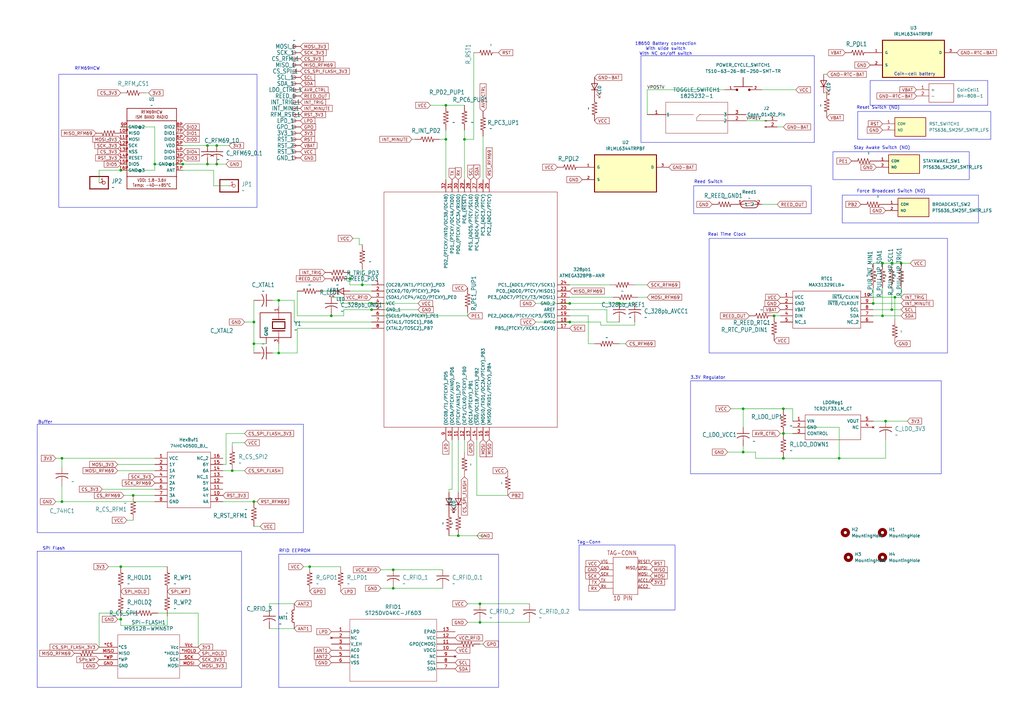
<source format=kicad_sch>
(kicad_sch (version 20231120) (generator "eeschema") (generator_version "8.0")
  (paper "A3")
  (lib_symbols
    (symbol "74HC4050D_BJ_:74HC4050D_BJ_" (pin_names (offset 0.762))
      (property "Reference" "IC" (at 24.13 7.62 0))
      (property "Value" "74HC4050D_BJ_" (at 24.13 5.08 0))
      (symbol "74HC4050D_BJ__0_0"
        (pin passive line (at 0 0 0) (length 5.08) (name "VCC") (number "1"))
        (pin passive line (at 27.94 -15.24 180) (length 5.08) (name "4Y") (number "10"))
        (pin passive line (at 27.94 -12.7 180) (length 5.08) (name "5A") (number "11"))
        (pin passive line (at 27.94 -10.16 180) (length 5.08) (name "5Y") (number "12"))
        (pin passive line (at 27.94 -7.62 180) (length 5.08) (name "NC_1") (number "13"))
        (pin passive line (at 27.94 -5.08 180) (length 5.08) (name "6A") (number "14"))
        (pin passive line (at 27.94 -2.54 180) (length 5.08) (name "6Y") (number "15"))
        (pin passive line (at 27.94 0 180) (length 5.08) (name "NC_2") (number "16"))
        (pin passive line (at 0 -2.54 0) (length 5.08) (name "1Y") (number "2"))
        (pin passive line (at 0 -5.08 0) (length 5.08) (name "1A") (number "3"))
        (pin passive line (at 0 -7.62 0) (length 5.08) (name "2Y") (number "4"))
        (pin passive line (at 0 -10.16 0) (length 5.08) (name "2A") (number "5"))
        (pin passive line (at 0 -12.7 0) (length 5.08) (name "3Y") (number "6"))
        (pin passive line (at 0 -15.24 0) (length 5.08) (name "3A") (number "7"))
        (pin passive line (at 0 -17.78 0) (length 5.08) (name "GND") (number "8"))
        (pin passive line (at 27.94 -17.78 180) (length 5.08) (name "4A") (number "9"))
      )
    )
    (symbol "ATMEGA328PB-ANR:ATMEGA328PB-ANR" (pin_names (offset 0.762))
      (property "Reference" "IC" (at 77.47 43.18 0))
      (property "Value" "ATMEGA328PB-ANR" (at 77.47 40.64 0))
      (symbol "ATMEGA328PB-ANR_0_0"
        (pin passive line (at 0 0 0) (length 5.08) (name "(OC2B/INT1/PTCXY)_PD3") (number "1"))
        (pin passive line (at 33.02 -63.5 90) (length 5.08) (name "(OC0A/PTCXY/AIN0)_PD6") (number "10"))
        (pin passive line (at 35.56 -63.5 90) (length 5.08) (name "(PTCXY/AIN1)_PD7") (number "11"))
        (pin passive line (at 38.1 -63.5 90) (length 5.08) (name "(ICP1/CLKO/PTCXY)_PB0") (number "12"))
        (pin passive line (at 40.64 -63.5 90) (length 5.08) (name "(OC1A/PTCXY)_PB1") (number "13"))
        (pin passive line (at 43.18 -63.5 90) (length 5.08) (name "(~{SS0}/OC1B/PTCXY)_PB2") (number "14"))
        (pin passive line (at 45.72 -63.5 90) (length 5.08) (name "(MOSI0/TXD1/OC2A/PTCXY)_PB3") (number "15"))
        (pin passive line (at 48.26 -63.5 90) (length 5.08) (name "(MISO0/RXD1/PTCXY)_PB4") (number "16"))
        (pin passive line (at 81.28 -17.78 180) (length 5.08) (name "PB5_(PTCXY/XCK1/SCK0)") (number "17"))
        (pin passive line (at 81.28 -15.24 180) (length 5.08) (name "AVCC") (number "18"))
        (pin passive line (at 81.28 -12.7 180) (length 5.08) (name "PE2_(ADC6/PTCY/ICP3/~{SS1})") (number "19"))
        (pin passive line (at 0 -2.54 0) (length 5.08) (name "(XCK0/T0/PTCXY)_PD4") (number "2"))
        (pin passive line (at 81.28 -10.16 180) (length 5.08) (name "AREF") (number "20"))
        (pin passive line (at 81.28 -7.62 180) (length 5.08) (name "GND_2") (number "21"))
        (pin passive line (at 81.28 -5.08 180) (length 5.08) (name "PE3_(ADC7/PTCY/T3/MOSI1)") (number "22"))
        (pin passive line (at 81.28 -2.54 180) (length 5.08) (name "PC0_(ADC0/PTCY/MISO1)") (number "23"))
        (pin passive line (at 81.28 0 180) (length 5.08) (name "PC1_(ADC1/PTCY/SCK1)") (number "24"))
        (pin passive line (at 48.26 43.18 270) (length 5.08) (name "PC2_(ADC2/PTCY)") (number "25"))
        (pin passive line (at 45.72 43.18 270) (length 5.08) (name "PC3_(ADC3/PTCY)") (number "26"))
        (pin passive line (at 43.18 43.18 270) (length 5.08) (name "PC4_(ADC4/PTCY/SDA0)") (number "27"))
        (pin passive line (at 40.64 43.18 270) (length 5.08) (name "PC5_(ADC5/PTCY/SCL0)") (number "28"))
        (pin passive line (at 38.1 43.18 270) (length 5.08) (name "PC6_(~{RESET})") (number "29"))
        (pin passive line (at 0 -5.08 0) (length 5.08) (name "(SDA1/ICP4/ACO/PTCXY)_PE0") (number "3"))
        (pin passive line (at 35.56 43.18 270) (length 5.08) (name "PD0_(PTCXY/OC3A/RXD0)") (number "30"))
        (pin passive line (at 33.02 43.18 270) (length 5.08) (name "PD1_(PTCXY/OC4A/TXD0)") (number "31"))
        (pin passive line (at 30.48 43.18 270) (length 5.08) (name "PD2_(PTCXY/INT0/OC3B/OC4B)") (number "32"))
        (pin passive line (at 0 -7.62 0) (length 5.08) (name "VCC") (number "4"))
        (pin passive line (at 0 -10.16 0) (length 5.08) (name "GND_1") (number "5"))
        (pin passive line (at 0 -12.7 0) (length 5.08) (name "(SCL1/T4/PTCXY)_PE1") (number "6"))
        (pin passive line (at 0 -15.24 0) (length 5.08) (name "(XTAL1/TOSC1)_PB6") (number "7"))
        (pin passive line (at 0 -17.78 0) (length 5.08) (name "(XTAL2/TOSC2)_PB7") (number "8"))
        (pin passive line (at 30.48 -63.5 90) (length 5.08) (name "(OC0B/T1/PTCXY)_PD5") (number "9"))
      )
    )
    (symbol "BH-80B-1:BH-80B-1" (pin_names (offset 0.762))
      (property "Reference" "J" (at 16.51 7.62 0))
      (property "Value" "BH-80B-1" (at 16.51 5.08 0))
      (symbol "BH-80B-1_0_0"
        (pin passive line (at 0 0 0) (length 5.08) (name "+") (number "1"))
        (pin passive line (at 0 -2.54 0) (length 5.08) (name "-") (number "2"))
      )
    )
    (symbol "Connector:Conn_01x02_Pin" (pin_names (offset 1.016) hide)
      (property "Reference" "J" (at 0 2.54 0))
      (property "Value" "Conn_01x02_Pin" (at 0 -5.08 0))
      (symbol "Conn_01x02_Pin_1_1"
        (pin passive line (at 5.08 0 180) (length 3.81) (name "Pin_1") (number "1"))
        (pin passive line (at 5.08 -2.54 180) (length 3.81) (name "Pin_2") (number "2"))
      )
    )
    (symbol "Device:LED" (pin_numbers hide) (pin_names (offset 1.016) hide)
      (property "Reference" "D" (at 0 2.54 0))
      (property "Value" "LED" (at 0 -2.54 0))
      (symbol "LED_1_1"
        (pin passive line (at -3.81 0 0) (length 2.54) (name "K") (number "1"))
        (pin passive line (at 3.81 0 180) (length 2.54) (name "A") (number "2"))
      )
    )
    (symbol "Ishan:IRLML6344TRPBF" (pin_names (offset 1.016))
      (property "Reference" "U" (at -4.7032 7.4998 0))
      (property "Value" "IRLML6344TRPBF" (at -3.8929 -14.6556 0))
      (symbol "IRLML6344TRPBF_0_0"
        (pin input line (at -17.78 0 0) (length 5.08) (name "G") (number "1"))
        (pin passive line (at -17.78 -5.08 0) (length 5.08) (name "S") (number "2"))
        (pin output line (at 17.78 0 180) (length 5.08) (name "D") (number "3"))
      )
    )
    (symbol "Ishan:M95128-WMN6TP" (pin_names (offset 0.254))
      (property "Reference" "U" (at 20.32 10.16 0))
      (property "Value" "M95128-WMN6TP" (at 20.32 7.62 0))
      (symbol "M95128-WMN6TP_1_1"
        (pin unspecified line (at 0 0 0) (length 7.62) (name "*CS") (number "*CS"))
        (pin unspecified line (at 40.64 -2.54 180) (length 7.62) (name "*HOLD") (number "*HOLD"))
        (pin unspecified line (at 0 -5.08 0) (length 7.62) (name "*WP") (number "*WP"))
        (pin power_in line (at 0 -7.62 0) (length 7.62) (name "GND") (number "GND"))
        (pin output line (at 0 -2.54 0) (length 7.62) (name "MISO") (number "MISO"))
        (pin input line (at 40.64 -7.62 180) (length 7.62) (name "MOSI") (number "MOSI"))
        (pin unspecified line (at 40.64 -5.08 180) (length 7.62) (name "SCK") (number "SCK"))
        (pin power_in line (at 40.64 0 180) (length 7.62) (name "Vcc") (number "Vcc"))
      )
    )
    (symbol "Ishan:MDSM-4_15.3mm_Surface_Mount_Reed_Switch"
      (property "Reference" "U" (at 0 0 0))
      (property "Footprint" "ishan:MDSM-4_15.3mm_Surface_Mount_Reed_Switch" (at 0 0 0))
      (symbol "MDSM-4_15.3mm_Surface_Mount_Reed_Switch_1_1"
        (pin passive line (at -5.08 0 0) (length 2.54) (name "1") (number "1"))
        (pin passive line (at 5.08 0 180) (length 2.54) (name "2") (number "2"))
      )
    )
    (symbol "Ishan:MOX_OXLEY_TEST_POINT_S2761-46R"
      (property "Reference" "TP" (at -12.7 0 0))
      (symbol "MOX_OXLEY_TEST_POINT_S2761-46R_1_0"
        (pin passive line (at 0 -2.54 90) (length 2.54) (name "1") (number "1"))
      )
    )
    (symbol "Ishan:NFC_ANTENNA_25X15"
      (property "Reference" "ANT" (at 0 2.54 0))
      (symbol "NFC_ANTENNA_25X15_1_0"
        (pin passive line (at -5.08 0 0) (length 2.54) (name "1") (number "P$1"))
        (pin passive line (at 5.08 0 180) (length 2.54) (name "2") (number "P$2"))
      )
    )
    (symbol "Ishan:PTS636_SM25F_SMTR_LFS" (pin_names (offset 1.016))
      (property "Reference" "J" (at 19.05 7.62 0))
      (property "Value" "PTS636_SM25F_SMTR_LFS" (at 19.05 5.08 0))
      (symbol "PTS636_SM25F_SMTR_LFS_0_0"
        (pin bidirectional line (at 0 0 0) (length 5.08) (name "COM") (number "1"))
        (pin bidirectional line (at 0 -2.54 0) (length 5.08) (name "NO") (number "2"))
      )
    )
    (symbol "Ishan:ST25DV04KC-JF6D3" (pin_names (offset 0.254))
      (property "Reference" "U" (at 25.4 10.16 0))
      (property "Value" "ST25DV04KC-JF6D3" (at 25.4 7.62 0))
      (symbol "ST25DV04KC-JF6D3_1_1"
        (pin input line (at 0 0 0) (length 7.62) (name "LPD") (number "1"))
        (pin power_in line (at 50.8 -7.62 180) (length 7.62) (name "VDCG") (number "10"))
        (pin output line (at 50.8 -5.08 180) (length 7.62) (name "GPO(CMOS)") (number "11"))
        (pin power_in line (at 50.8 -2.54 180) (length 7.62) (name "VCC") (number "12"))
        (pin power_out line (at 50.8 0 180) (length 7.62) (name "EPAD") (number "13"))
        (pin no_connect line (at 0 -2.54 0) (length 7.62) (name "NC") (number "2"))
        (pin output line (at 0 -5.08 0) (length 7.62) (name "V_EH") (number "3"))
        (pin bidirectional line (at 0 -7.62 0) (length 7.62) (name "AC0") (number "4"))
        (pin bidirectional line (at 0 -10.16 0) (length 7.62) (name "AC1") (number "5"))
        (pin power_out line (at 0 -12.7 0) (length 7.62) (name "VSS") (number "6"))
        (pin bidirectional line (at 50.8 -15.24 180) (length 7.62) (name "SDA") (number "7"))
        (pin input line (at 50.8 -12.7 180) (length 7.62) (name "SCL") (number "8"))
        (pin no_connect line (at 50.8 -10.16 180) (length 7.62) (name "NC") (number "9"))
      )
    )
    (symbol "Ishan:TS10-63-26-BE-250-SMT-TR" (pin_names (offset 1.016))
      (property "Reference" "S" (at -5.08 6.35 0))
      (property "Value" "TS10-63-26-BE-250-SMT-TR" (at -5.08 -5.08 0))
      (symbol "TS10-63-26-BE-250-SMT-TR_0_0"
        (pin passive line (at -7.62 0 0) (length 5.08) (name "~") (number "1"))
        (pin passive line (at 7.62 0 180) (length 5.08) (name "~") (number "2"))
      )
    )
    (symbol "MAX31329ELB+:MAX31329ELB+" (pin_names (offset 0.762))
      (property "Reference" "IC" (at 34.29 7.62 0))
      (property "Value" "MAX31329ELB+" (at 34.29 5.08 0))
      (symbol "MAX31329ELB+_0_0"
        (pin passive line (at 0 0 0) (length 5.08) (name "VCC") (number "1"))
        (pin passive line (at 38.1 0 180) (length 5.08) (name "~{INTA}/CLKIN") (number "10"))
        (pin passive line (at 0 -2.54 0) (length 5.08) (name "GND") (number "2"))
        (pin passive line (at 0 -5.08 0) (length 5.08) (name "VBAT") (number "3"))
        (pin passive line (at 0 -7.62 0) (length 5.08) (name "DIN") (number "4"))
        (pin passive line (at 0 -10.16 0) (length 5.08) (name "NC_1") (number "5"))
        (pin passive line (at 38.1 -10.16 180) (length 5.08) (name "NC_2") (number "6"))
        (pin passive line (at 38.1 -7.62 180) (length 5.08) (name "SDA") (number "7"))
        (pin passive line (at 38.1 -5.08 180) (length 5.08) (name "SCL") (number "8"))
        (pin passive line (at 38.1 -2.54 180) (length 5.08) (name "~{INTB}/CLKOUT") (number "9"))
      )
    )
    (symbol "Mechanical:MountingHole" (pin_names (offset 1.016)) (exclude_from_sim yes) (in_bom no)
      (property "Reference" "H" (at 0 5.08 0))
      (property "Value" "MountingHole" (at 0 3.175 0))
    )
    (symbol "SLIDESWITCH:1825232-1" (pin_names (offset 0.254))
      (property "Reference" "SW" (at 20.32 10.16 0))
      (property "Value" "1825232-1" (at 20.32 7.62 0))
      (symbol "1825232-1_1_1"
        (pin unspecified line (at 0 0 0) (length 7.62) (name "1") (number "1"))
        (pin unspecified line (at 40.64 -2.54 180) (length 7.62) (name "2") (number "2"))
        (pin unspecified line (at 40.64 0 180) (length 7.62) (name "3") (number "3"))
      )
    )
    (symbol "TC2050:C-USC0805"
      (property "Reference" "C" (at 1.016 0.635 0))
      (symbol "C-USC0805_1_0"
        (pin passive line (at 0 2.54 270) (length 2.54) (name "1") (number "1"))
        (pin passive line (at 0 -5.08 90) (length 2.54) (name "2") (number "2"))
      )
    )
    (symbol "TC2050:R-US_M0805"
      (property "Reference" "R" (at -3.81 1.4986 0))
      (symbol "R-US_M0805_1_0"
        (pin passive line (at -5.08 0 0) (length 2.54) (name "1") (number "1"))
        (pin passive line (at 5.08 0 180) (length 2.54) (name "2") (number "2"))
      )
    )
    (symbol "TC2050:TC2050-IDC-NL-CUSTOM"
      (symbol "TC2050-IDC-NL-CUSTOM_1_0"
        (text "10 PIN" (at -5.0844 -10.1688 0) (effects (font (size 1.7795 1.5125)) (justify left bottom)))
        (text "ACC1/V" (at 5.08 -2.54 0) (effects (font (size 1.27 1.0795)) (justify left bottom)))
        (text "ACC2" (at 5.08 -5.08 0) (effects (font (size 1.27 1.0795)) (justify left bottom)))
        (text "GND" (at -10.16 2.54 0) (effects (font (size 1.27 1.0795)) (justify left bottom)))
        (text "MISO/UPDI" (at 0 2.54 0) (effects (font (size 1.27 1.0795)) (justify left bottom)))
        (text "MOSI" (at 5.08 0 0) (effects (font (size 1.27 1.0795)) (justify left bottom)))
        (text "RESET" (at 5.08 5.08 0) (effects (font (size 1.27 1.0795)) (justify left bottom)))
        (text "RX" (at -10.16 -5.08 0) (effects (font (size 1.27 1.0795)) (justify left bottom)))
        (text "SCK" (at -10.16 0 0) (effects (font (size 1.27 1.0795)) (justify left bottom)))
        (text "TAG-CONN" (at -7.6213 8.3841 0) (effects (font (size 1.7784 1.5116)) (justify left bottom)))
        (text "TX" (at -10.16 -2.54 0) (effects (font (size 1.27 1.0795)) (justify left bottom)))
        (text "VTG" (at -10.16 5.08 0) (effects (font (size 1.27 1.0795)) (justify left bottom)))
        (pin passive line (at 10.16 -2.54 180) (length 5.08) (name "ACC1/V") (number "ACC1/V"))
        (pin passive line (at 10.16 -5.08 180) (length 5.08) (name "ACC2") (number "ACC2"))
        (pin passive line (at -10.16 2.54 0) (length 5.08) (name "GND") (number "GND"))
        (pin passive line (at 10.16 2.54 180) (length 5.08) (name "MISO/UPDI") (number "MISO/UPDI"))
        (pin passive line (at 10.16 0 180) (length 5.08) (name "MOSI") (number "MOSI"))
        (pin passive line (at 10.16 5.08 180) (length 5.08) (name "RESET") (number "RST"))
        (pin passive line (at -10.16 -5.08 0) (length 5.08) (name "RX") (number "RX"))
        (pin passive line (at -10.16 0 0) (length 5.08) (name "SCK") (number "SCK"))
        (pin passive line (at -10.16 -2.54 0) (length 5.08) (name "TX") (number "TX"))
        (pin passive line (at -10.16 5.08 0) (length 5.08) (name "VTG") (number "VTG"))
      )
    )
    (symbol "TC2050:TSX-3225_16.0000MF18X-AC0"
      (property "Reference" "Y" (at -5.0878 6.3558 0))
      (symbol "TSX-3225_16.0000MF18X-AC0_1_0"
        (pin passive line (at -7.62 0 0) (length 2.54) (name "1") (number "1"))
        (pin power_in line (at 7.62 -5.08 180) (length 2.54) (name "GND") (number "2"))
        (pin passive line (at 7.62 0 180) (length 2.54) (name "2") (number "3"))
        (pin power_in line (at 7.62 -5.08 180) (length 2.54) (name "GND") (number "4"))
      )
    )
    (symbol "TCR2LF33_LM_CT:TCR2LF33,LM_CT" (pin_names (offset 0.762))
      (property "Reference" "IC" (at 29.21 7.62 0))
      (property "Value" "TCR2LF33,LM_CT" (at 29.21 5.08 0))
      (symbol "TCR2LF33,LM_CT_0_0"
        (pin passive line (at 0 0 0) (length 5.08) (name "VIN") (number "1"))
        (pin passive line (at 0 -2.54 0) (length 5.08) (name "GND") (number "2"))
        (pin passive line (at 0 -5.08 0) (length 5.08) (name "CONTROL") (number "3"))
        (pin no_connect line (at 33.02 -2.54 180) (length 5.08) (name "NC") (number "4"))
        (pin passive line (at 33.02 0 180) (length 5.08) (name "VOUT") (number "5"))
      )
    )
    (symbol "adafruit_rfm:HEADER-1X1ROUND"
      (property "Reference" "JP" (at -6.35 3.175 0))
      (symbol "HEADER-1X1ROUND_1_0"
        (pin passive inverted (at -2.54 0 0) (length 2.54) (name "1") (number "1"))
      )
    )
    (symbol "adafruit_rfm:RFM69HCW_SMT"
      (property "Reference" "U" (at -10.16 17.78 0))
      (symbol "RFM69HCW_SMT_1_0"
        (text "RFM69HCW\nISM BAND RADIO" (at 0 12.7 0) (effects (font (size 1.27 1.0795))))
        (text "VDD: 1.8-3.6V\nTemp: -40~~+85°C" (at 0 -15.24 0) (effects (font (size 1.27 1.0795))))
        (pin output line (at -12.7 5.08 0) (length 2.54) (name "MISO") (number "10P"))
        (pin input line (at -12.7 2.54 0) (length 2.54) (name "MOSI") (number "11P"))
        (pin input line (at -12.7 0 0) (length 2.54) (name "SCK") (number "12P"))
        (pin input line (at -12.7 -2.54 0) (length 2.54) (name "NSS") (number "13P"))
        (pin input line (at -12.7 -5.08 0) (length 2.54) (name "RESET") (number "14P"))
        (pin bidirectional line (at -12.7 -7.62 0) (length 2.54) (name "DIO5") (number "15P"))
        (pin power_in line (at -12.7 -10.16 0) (length 2.54) (name "GND@3") (number "16P"))
        (pin bidirectional line (at 12.7 -10.16 180) (length 2.54) (name "ANT") (number "1P"))
        (pin power_in line (at 12.7 -7.62 180) (length 2.54) (name "GND@1") (number "2P"))
        (pin bidirectional line (at 12.7 -5.08 180) (length 2.54) (name "DIO3") (number "3P"))
        (pin bidirectional line (at 12.7 -2.54 180) (length 2.54) (name "DIO4") (number "4P"))
        (pin power_in line (at 12.7 0 180) (length 2.54) (name "VDD") (number "5P"))
        (pin bidirectional line (at 12.7 2.54 180) (length 2.54) (name "DIO0") (number "6P"))
        (pin bidirectional line (at 12.7 5.08 180) (length 2.54) (name "DIO1") (number "7P"))
        (pin bidirectional line (at 12.7 7.62 180) (length 2.54) (name "DIO2") (number "8P"))
        (pin power_in line (at -12.7 7.62 0) (length 2.54) (name "GND@2") (number "9P"))
      )
    )
  )
  (junction (at 161.29 233.68))
  (junction (at 25.4 187.96))
  (junction (at 148.59 116.84))
  (junction (at 321.31 177.8))
  (junction (at 233.68 124.46))
  (junction (at 321.31 187.96))
  (junction (at 114.3 123.19))
  (junction (at 365.76 127))
  (junction (at 196.85 255.27))
  (junction (at 161.29 241.3))
  (junction (at 367.03 121.92))
  (junction (at 88.9 67.31))
  (junction (at 143.51 114.3))
  (junction (at 361.95 129.54))
  (junction (at 104.14 140.97))
  (junction (at 95.25 193.04))
  (junction (at 187.96 219.71))
  (junction (at 127 232.41))
  (junction (at 114.3 144.78))
  (junction (at 135.89 129.54))
  (junction (at 317.5 129.54))
  (junction (at 74.93 67.31))
  (junction (at 88.9 59.69))
  (junction (at 344.17 187.96))
  (junction (at 49.53 254))
  (junction (at 233.68 132.08))
  (junction (at 363.22 172.72))
  (junction (at 304.8 167.64))
  (junction (at 361.95 107.95))
  (junction (at 182.88 57.15))
  (junction (at 104.14 132.08))
  (junction (at 358.14 124.46))
  (junction (at 365.76 107.95))
  (junction (at 152.4 124.46))
  (junction (at 54.61 203.2))
  (junction (at 254 124.46))
  (junction (at 85.09 59.69))
  (junction (at 104.14 205.74))
  (junction (at 190.5 57.15))
  (junction (at 49.53 69.85))
  (junction (at 152.4 127))
  (junction (at 85.09 67.31))
  (junction (at 304.8 185.42))
  (junction (at 49.53 232.41))
  (junction (at 321.31 167.64))
  (junction (at 182.88 43.18))
  (junction (at 25.4 205.74))
  (junction (at 63.5 67.31))
  (junction (at 369.57 107.95))
  (junction (at 196.85 247.65))
  (wire (pts (xy 64.77 251.46) (xy 81.28 251.46)))
  (wire (pts (xy 25.4 199.39) (xy 25.4 205.74)))
  (wire (pts (xy 25.4 187.96) (xy 63.5 187.96)))
  (wire (pts (xy 367.03 121.92) (xy 369.57 121.92)))
  (wire (pts (xy 50.8 203.2) (xy 54.61 203.2)))
  (wire (pts (xy 63.5 67.31) (xy 63.5 69.85)))
  (wire (pts (xy 265.43 36.83) (xy 265.43 46.99)))
  (wire (pts (xy 49.53 256.54) (xy 49.53 254)))
  (wire (pts (xy 325.12 167.64) (xy 325.12 172.72)))
  (wire (pts (xy 248.92 132.08) (xy 248.92 127)))
  (wire (pts (xy 22.86 205.74) (xy 25.4 205.74)))
  (wire (pts (xy 109.22 140.97) (xy 104.14 140.97)))
  (wire (pts (xy 184.15 200.66) (xy 185.42 200.66)))
  (wire (pts (xy 321.31 177.8) (xy 325.12 177.8)))
  (wire (pts (xy 344.17 187.96) (xy 363.22 187.96)))
  (wire (pts (xy 185.42 200.66) (xy 185.42 180.34)))
  (wire (pts (xy 40.64 69.85) (xy 49.53 69.85)))
  (wire (pts (xy 298.45 185.42) (xy 304.8 185.42)))
  (wire (pts (xy 309.88 187.96) (xy 321.31 187.96)))
  (wire (pts (xy 132.08 119.38) (xy 135.89 119.38)))
  (wire (pts (xy 104.14 123.19) (xy 104.14 132.08)))
  (wire (pts (xy 358.14 127) (xy 365.76 127)))
  (wire (pts (xy 25.4 187.96) (xy 22.86 187.96)))
  (wire (pts (xy 41.91 200.66) (xy 63.5 200.66)))
  (wire (pts (xy 110.49 250.19) (xy 110.49 247.65)))
  (wire (pts (xy 40.64 74.93) (xy 40.64 69.85)))
  (wire (pts (xy 63.5 52.07) (xy 63.5 67.31)))
  (wire (pts (xy 114.3 123.19) (xy 114.3 125.73)))
  (wire (pts (xy 219.71 132.08) (xy 233.68 132.08)))
  (wire (pts (xy 182.88 57.15) (xy 182.88 73.66)))
  (wire (pts (xy 358.14 107.95) (xy 361.95 107.95)))
  (wire (pts (xy 326.39 36.83) (xy 312.42 36.83)))
  (wire (pts (xy 49.53 256.54) (xy 68.58 256.54)))
  (wire (pts (xy 152.4 134.62) (xy 121.92 134.62)))
  (wire (pts (xy 143.51 119.38) (xy 152.4 119.38)))
  (wire (pts (xy 143.51 114.3) (xy 143.51 116.84)))
  (wire (pts (xy 95.25 181.61) (xy 100.33 181.61)))
  (wire (pts (xy 54.61 203.2) (xy 63.5 203.2)))
  (wire (pts (xy 194.31 57.15) (xy 190.5 57.15)))
  (wire (pts (xy 120.65 132.08) (xy 152.4 132.08)))
  (wire (pts (xy 52.07 213.36) (xy 54.61 213.36)))
  (wire (pts (xy 140.97 127) (xy 152.4 127)))
  (wire (pts (xy 104.14 140.97) (xy 104.14 144.78)))
  (wire (pts (xy 100.33 132.08) (xy 104.14 132.08)))
  (wire (pts (xy 148.59 110.49) (xy 148.59 116.84)))
  (wire (pts (xy 320.04 177.8) (xy 321.31 177.8)))
  (wire (pts (xy 363.22 172.72) (xy 372.11 172.72)))
  (wire (pts (xy 152.4 129.54) (xy 191.77 129.54)))
  (wire (pts (xy 48.26 193.04) (xy 63.5 193.04)))
  (wire (pts (xy 337.82 30.48) (xy 339.09 30.48)))
  (wire (pts (xy 91.44 193.04) (xy 95.25 193.04)))
  (wire (pts (xy 127 232.41) (xy 139.7 232.41)))
  (wire (pts (xy 304.8 185.42) (xy 304.8 182.88)))
  (wire (pts (xy 121.92 134.62) (xy 121.92 144.78)))
  (wire (pts (xy 304.8 167.64) (xy 304.8 175.26)))
  (wire (pts (xy 256.54 140.97) (xy 254 140.97)))
  (wire (pts (xy 306.07 49.53) (xy 318.77 49.53)))
  (wire (pts (xy 121.92 119.38) (xy 121.92 129.54)))
  (wire (pts (xy 74.93 67.31) (xy 85.09 67.31)))
  (wire (pts (xy 260.35 133.35) (xy 246.38 133.35)))
  (wire (pts (xy 114.3 123.19) (xy 120.65 123.19)))
  (wire (pts (xy 63.5 67.31) (xy 74.93 67.31)))
  (wire (pts (xy 361.95 129.54) (xy 369.57 129.54)))
  (wire (pts (xy 251.46 121.92) (xy 233.68 121.92)))
  (wire (pts (xy 156.21 241.3) (xy 161.29 241.3)))
  (wire (pts (xy 54.61 251.46) (xy 40.64 251.46)))
  (wire (pts (xy 110.49 257.81) (xy 120.65 257.81)))
  (wire (pts (xy 361.95 118.11) (xy 361.95 129.54)))
  (wire (pts (xy 120.65 123.19) (xy 120.65 132.08)))
  (wire (pts (xy 363.22 172.72) (xy 358.14 172.72)))
  (wire (pts (xy 365.76 127) (xy 369.57 127)))
  (wire (pts (xy 104.14 132.08) (xy 104.14 140.97)))
  (wire (pts (xy 190.5 53.34) (xy 190.5 57.15)))
  (wire (pts (xy 325.12 175.26) (xy 344.17 175.26)))
  (wire (pts (xy 246.38 133.35) (xy 246.38 132.08)))
  (wire (pts (xy 25.4 205.74) (xy 63.5 205.74)))
  (wire (pts (xy 182.88 53.34) (xy 182.88 57.15)))
  (wire (pts (xy 358.14 118.11) (xy 358.14 124.46)))
  (wire (pts (xy 297.18 36.83) (xy 265.43 36.83)))
  (wire (pts (xy 304.8 167.64) (xy 321.31 167.64)))
  (wire (pts (xy 95.25 193.04) (xy 100.33 193.04)))
  (wire (pts (xy 365.76 107.95) (xy 369.57 107.95)))
  (wire (pts (xy 124.46 232.41) (xy 127 232.41)))
  (wire (pts (xy 147.32 100.33) (xy 148.59 100.33)))
  (wire (pts (xy 250.19 116.84) (xy 233.68 116.84)))
  (wire (pts (xy 152.4 124.46) (xy 171.45 124.46)))
  (wire (pts (xy 194.31 21.59) (xy 194.31 57.15)))
  (wire (pts (xy 74.93 59.69) (xy 85.09 59.69)))
  (wire (pts (xy 106.68 215.9) (xy 104.14 215.9)))
  (wire (pts (xy 219.71 124.46) (xy 233.68 124.46)))
  (wire (pts (xy 110.49 247.65) (xy 120.65 247.65)))
  (wire (pts (xy 60.96 38.1) (xy 59.69 38.1)))
  (wire (pts (xy 180.34 57.15) (xy 182.88 57.15)))
  (wire (pts (xy 198.12 55.88) (xy 198.12 73.66)))
  (wire (pts (xy 196.85 255.27) (xy 217.17 255.27)))
  (wire (pts (xy 156.21 233.68) (xy 161.29 233.68)))
  (wire (pts (xy 358.14 129.54) (xy 361.95 129.54)))
  (wire (pts (xy 369.57 118.11) (xy 369.57 121.92)))
  (wire (pts (xy 233.68 132.08) (xy 246.38 132.08)))
  (wire (pts (xy 190.5 57.15) (xy 190.5 73.66)))
  (wire (pts (xy 168.91 57.15) (xy 170.18 57.15)))
  (wire (pts (xy 191.77 247.65) (xy 196.85 247.65)))
  (wire (pts (xy 182.88 43.18) (xy 190.5 43.18)))
  (wire (pts (xy 44.45 232.41) (xy 49.53 232.41)))
  (wire (pts (xy 139.7 124.46) (xy 139.7 121.92)))
  (wire (pts (xy 187.96 219.71) (xy 199.39 219.71)))
  (wire (pts (xy 361.95 107.95) (xy 365.76 107.95)))
  (wire (pts (xy 111.76 123.19) (xy 114.3 123.19)))
  (wire (pts (xy 87.63 76.2) (xy 87.63 69.85)))
  (wire (pts (xy 260.35 132.08) (xy 260.35 133.35)))
  (wire (pts (xy 114.3 144.78) (xy 114.3 140.97)))
  (wire (pts (xy 265.43 121.92) (xy 261.62 121.92)))
  (wire (pts (xy 93.98 76.2) (xy 87.63 76.2)))
  (wire (pts (xy 95.25 181.61) (xy 95.25 182.88)))
  (wire (pts (xy 344.17 175.26) (xy 344.17 187.96)))
  (wire (pts (xy 25.4 187.96) (xy 25.4 191.77)))
  (wire (pts (xy 91.44 205.74) (xy 104.14 205.74)))
  (wire (pts (xy 358.14 121.92) (xy 367.03 121.92)))
  (wire (pts (xy 92.71 190.5) (xy 91.44 190.5)))
  (wire (pts (xy 321.31 187.96) (xy 344.17 187.96)))
  (wire (pts (xy 147.32 100.33) (xy 147.32 97.79)))
  (wire (pts (xy 369.57 107.95) (xy 373.38 107.95)))
  (wire (pts (xy 104.14 205.74) (xy 105.41 205.74)))
  (wire (pts (xy 74.93 69.85) (xy 87.63 69.85)))
  (wire (pts (xy 176.53 43.18) (xy 182.88 43.18)))
  (wire (pts (xy 49.53 254) (xy 49.53 252.73)))
  (wire (pts (xy 191.77 129.54) (xy 191.77 128.27)))
  (wire (pts (xy 254 132.08) (xy 248.92 132.08)))
  (wire (pts (xy 195.58 203.2) (xy 208.28 203.2)))
  (wire (pts (xy 191.77 255.27) (xy 196.85 255.27)))
  (wire (pts (xy 139.7 124.46) (xy 152.4 124.46)))
  (wire (pts (xy 241.3 140.97) (xy 241.3 129.54)))
  (wire (pts (xy 49.53 52.07) (xy 63.5 52.07)))
  (wire (pts (xy 299.72 167.64) (xy 304.8 167.64)))
  (wire (pts (xy 187.96 180.34) (xy 187.96 201.93)))
  (wire (pts (xy 369.57 124.46) (xy 358.14 124.46)))
  (wire (pts (xy 198.12 264.16) (xy 196.85 264.16)))
  (wire (pts (xy 147.32 97.79) (xy 144.78 97.79)))
  (wire (pts (xy 321.31 167.64) (xy 325.12 167.64)))
  (wire (pts (xy 100.33 177.8) (xy 92.71 177.8)))
  (wire (pts (xy 85.09 67.31) (xy 88.9 67.31)))
  (wire (pts (xy 68.58 256.54) (xy 68.58 252.73)))
  (wire (pts (xy 233.68 124.46) (xy 254 124.46)))
  (wire (pts (xy 114.3 144.78) (xy 121.92 144.78)))
  (wire (pts (xy 265.43 116.84) (xy 260.35 116.84)))
  (wire (pts (xy 135.89 121.92) (xy 139.7 121.92)))
  (wire (pts (xy 317.5 129.54) (xy 320.04 129.54)))
  (wire (pts (xy 196.85 247.65) (xy 217.17 247.65)))
  (wire (pts (xy 190.5 185.42) (xy 190.5 180.34)))
  (wire (pts (xy 48.26 254) (xy 49.53 254)))
  (wire (pts (xy 312.42 83.82) (xy 318.77 83.82)))
  (wire (pts (xy 49.53 69.85) (xy 63.5 69.85)))
  (wire (pts (xy 161.29 241.3) (xy 181.61 241.3)))
  (wire (pts (xy 243.84 140.97) (xy 241.3 140.97)))
  (wire (pts (xy 140.97 129.54) (xy 135.89 129.54)))
  (wire (pts (xy 85.09 59.69) (xy 88.9 59.69)))
  (wire (pts (xy 111.76 144.78) (xy 114.3 144.78)))
  (wire (pts (xy 309.88 187.96) (xy 309.88 185.42)))
  (wire (pts (xy 184.15 201.93) (xy 184.15 200.66)))
  (wire (pts (xy 152.4 127) (xy 171.45 127)))
  (wire (pts (xy 184.15 219.71) (xy 187.96 219.71)))
  (wire (pts (xy 88.9 59.69) (xy 93.98 59.69)))
  (wire (pts (xy 161.29 233.68) (xy 181.61 233.68)))
  (wire (pts (xy 254 124.46) (xy 260.35 124.46)))
  (wire (pts (xy 367.03 130.81) (xy 367.03 121.92)))
  (wire (pts (xy 92.71 177.8) (xy 92.71 190.5)))
  (wire (pts (xy 49.53 232.41) (xy 68.58 232.41)))
  (wire (pts (xy 81.28 251.46) (xy 81.28 265.43)))
  (wire (pts (xy 363.22 187.96) (xy 363.22 180.34)))
  (wire (pts (xy 241.3 129.54) (xy 233.68 129.54)))
  (wire (pts (xy 40.64 251.46) (xy 40.64 265.43)))
  (wire (pts (xy 48.26 190.5) (xy 63.5 190.5)))
  (wire (pts (xy 143.51 111.76) (xy 143.51 114.3)))
  (wire (pts (xy 195.58 180.34) (xy 195.58 203.2)))
  (wire (pts (xy 365.76 118.11) (xy 365.76 127)))
  (wire (pts (xy 248.92 127) (xy 233.68 127)))
  (wire (pts (xy 88.9 67.31) (xy 92.71 67.31)))
  (wire (pts (xy 304.8 185.42) (xy 309.88 185.42)))
  (wire (pts (xy 318.77 52.07) (xy 321.31 52.07)))
  (wire (pts (xy 140.97 127) (xy 140.97 129.54)))
  (wire (pts (xy 121.92 129.54) (xy 135.89 129.54)))
  (wire (pts (xy 337.82 38.1) (xy 339.09 38.1)))
  (wire (pts (xy 143.51 116.84) (xy 148.59 116.84)))
  (wire (pts (xy 148.59 116.84) (xy 152.4 116.84)))
  (rectangle (start 283.21 156.21) (end 386.08 194.31))
  (rectangle (start 356.87 33.02) (end 405.13 43.18))
  (rectangle (start 351.79 45.72) (end 406.4 57.15))
  (rectangle (start 24.13 30.48) (end 105.41 85.09))
  (rectangle (start 290.83 97.79) (end 388.62 144.78))
  (rectangle (start 284.48 76.2) (end 332.74 87.63))
  (rectangle (start 15.24 226.06) (end 99.06 281.94))
  (rectangle (start 341.63 62.23) (end 397.51 73.66))
  (rectangle (start 345.44 80.01) (end 401.32 91.44))
  (rectangle (start 114.3 227.33) (end 204.47 281.94))
  (rectangle (start 262.89 22.86) (end 334.01 58.42))
  (rectangle (start 237.49 223.52) (end 276.86 250.19))
  (rectangle (start 15.24 173.99) (end 124.46 218.44))
  (text "RFID EEPROM" (at 120.904 226.06 0) (effects (font (size 1.27 1.27))))
  (text "RFM69HCW" (at 35.814 28.194 0) (effects (font (size 1.27 1.27))))
  (text "Tag-Conn" (at 241.554 222.504 0) (effects (font (size 1.27 1.27))))
  (text "Force Broadcast Switch (NO)\n" (at 365.506 78.486 0) (effects (font (size 1.27 1.27))))
  (text "Buffer" (at 18.542 173.228 0) (effects (font (size 1.27 1.27))))
  (text "Reset Switch (NO)" (at 360.172 44.196 0) (effects (font (size 1.27 1.27))))
  (text "Real Time Clock" (at 298.196 96.266 0) (effects (font (size 1.27 1.27))))
  (text "Coin-cell battery" (at 375.158 30.48 0) (effects (font (size 1.27 1.27))))
  (text "SPI Flash" (at 22.098 225.044 0) (effects (font (size 1.27 1.27))))
  (text "18650 Battery connection\nWith slide switch\nWith NC on/off switch\n	" (at 273.05 21.082 0) (effects (font (size 1.27 1.27))))
  (text "Reed Switch" (at 290.576 74.676 0) (effects (font (size 1.27 1.27))))
  (text "3.3V Regulator" (at 290.322 154.94 0) (effects (font (size 1.27 1.27))))
  (text "Stay Awake Switch (NO)" (at 361.696 60.706 0) (effects (font (size 1.27 1.27))))
  (label "VPOSTV" (at 265.43 36.83 0))
  (label "VPREV" (at 306.07 49.53 0))
  (global_label "GND-RTC-BAT" (shape input) (at 339.09 30.48 0) (property "Intersheetrefs" "${INTERSHEET_REFS}" (effects (hide yes))))
  (global_label "MISO_RFM69" (shape input) (at 123.19 26.67 0) (property "Intersheetrefs" "${INTERSHEET_REFS}" (effects (hide yes))))
  (global_label "GND" (shape input) (at 40.64 273.05 180) (property "Intersheetrefs" "${INTERSHEET_REFS}" (effects (hide yes))))
  (global_label "GPO" (shape input) (at 198.12 264.16 0) (property "Intersheetrefs" "${INTERSHEET_REFS}" (effects (hide yes))))
  (global_label "VCC_RFID" (shape input) (at 156.21 233.68 180) (property "Intersheetrefs" "${INTERSHEET_REFS}" (effects (hide yes))))
  (global_label "DIO4" (shape input) (at 74.93 62.23 0) (property "Intersheetrefs" "${INTERSHEET_REFS}" (effects (hide yes))))
  (global_label "RST" (shape input) (at 123.19 57.15 0) (property "Intersheetrefs" "${INTERSHEET_REFS}" (effects (hide yes))))
  (global_label "GND" (shape input) (at 22.86 205.74 180) (property "Intersheetrefs" "${INTERSHEET_REFS}" (effects (hide yes))))
  (global_label "SCL" (shape input) (at 186.69 271.78 0) (property "Intersheetrefs" "${INTERSHEET_REFS}" (effects (hide yes))))
  (global_label "MISO_RFM69" (shape input) (at 39.37 54.61 180) (property "Intersheetrefs" "${INTERSHEET_REFS}" (effects (hide yes))))
  (global_label "INT_MINUTE" (shape input) (at 168.91 57.15 180) (property "Intersheetrefs" "${INTERSHEET_REFS}" (effects (hide yes))))
  (global_label "CS_3V3" (shape input) (at 123.19 24.13 0) (property "Intersheetrefs" "${INTERSHEET_REFS}" (effects (hide yes))))
  (global_label "SCL" (shape input) (at 193.04 73.66 90) (property "Intersheetrefs" "${INTERSHEET_REFS}" (effects (hide yes))))
  (global_label "MISO_RFM69" (shape input) (at 30.48 267.97 180) (property "Intersheetrefs" "${INTERSHEET_REFS}" (effects (hide yes))))
  (global_label "SCK" (shape input) (at 233.68 134.62 0) (property "Intersheetrefs" "${INTERSHEET_REFS}" (effects (hide yes))))
  (global_label "VCC" (shape input) (at 171.45 124.46 0) (property "Intersheetrefs" "${INTERSHEET_REFS}" (effects (hide yes))))
  (global_label "GND-BAT" (shape input) (at 243.84 31.75 0) (property "Intersheetrefs" "${INTERSHEET_REFS}" (effects (hide yes))))
  (global_label "GND" (shape input) (at 359.41 68.58 180) (property "Intersheetrefs" "${INTERSHEET_REFS}" (effects (hide yes))))
  (global_label "RST" (shape input) (at 266.7 231.14 0) (property "Intersheetrefs" "${INTERSHEET_REFS}" (effects (hide yes))))
  (global_label "VCC_RFID" (shape input) (at 186.69 261.62 0) (property "Intersheetrefs" "${INTERSHEET_REFS}" (effects (hide yes))))
  (global_label "INT_MINUTE" (shape input) (at 123.19 44.45 0) (property "Intersheetrefs" "${INTERSHEET_REFS}" (effects (hide yes))))
  (global_label "GND-RTC-BAT" (shape input) (at 375.92 39.37 180) (property "Intersheetrefs" "${INTERSHEET_REFS}" (effects (hide yes))))
  (global_label "GND" (shape input) (at 135.89 271.78 180) (property "Intersheetrefs" "${INTERSHEET_REFS}" (effects (hide yes))))
  (global_label "PB2" (shape input) (at 208.28 203.2 0) (property "Intersheetrefs" "${INTERSHEET_REFS}" (effects (hide yes))))
  (global_label "GPO" (shape input) (at 127 242.57 0) (property "Intersheetrefs" "${INTERSHEET_REFS}" (effects (hide yes))))
  (global_label "3V3" (shape input) (at 60.96 38.1 0) (property "Intersheetrefs" "${INTERSHEET_REFS}" (effects (hide yes))))
  (global_label "CS_RFM69" (shape input) (at 256.54 140.97 0) (property "Intersheetrefs" "${INTERSHEET_REFS}" (effects (hide yes))))
  (global_label "DIO5" (shape input) (at 49.53 67.31 180) (property "Intersheetrefs" "${INTERSHEET_REFS}" (effects (hide yes))))
  (global_label "CS_SPI_FLASH_3V3" (shape input) (at 123.19 29.21 0) (property "Intersheetrefs" "${INTERSHEET_REFS}" (effects (hide yes))))
  (global_label "REED_OUT" (shape input) (at 318.77 83.82 0) (property "Intersheetrefs" "${INTERSHEET_REFS}" (effects (hide yes))))
  (global_label "SPI_HOLD" (shape input) (at 81.28 267.97 0) (property "Intersheetrefs" "${INTERSHEET_REFS}" (effects (hide yes))))
  (global_label "DIO2" (shape input) (at 74.93 52.07 0) (property "Intersheetrefs" "${INTERSHEET_REFS}" (effects (hide yes))))
  (global_label "CS_SPI_FLASH" (shape input) (at 190.5 195.58 270) (property "Intersheetrefs" "${INTERSHEET_REFS}" (effects (hide yes))))
  (global_label "VBAT" (shape input) (at 339.09 48.26 0) (property "Intersheetrefs" "${INTERSHEET_REFS}" (effects (hide yes))))
  (global_label "SCK_RFM69" (shape input) (at 265.43 116.84 0) (property "Intersheetrefs" "${INTERSHEET_REFS}" (effects (hide yes))))
  (global_label "SDA" (shape input) (at 369.57 129.54 0) (property "Intersheetrefs" "${INTERSHEET_REFS}" (effects (hide yes))))
  (global_label "RST" (shape input) (at 361.95 50.8 180) (property "Intersheetrefs" "${INTERSHEET_REFS}" (effects (hide yes))))
  (global_label "SDA" (shape input) (at 195.58 73.66 90) (property "Intersheetrefs" "${INTERSHEET_REFS}" (effects (hide yes))))
  (global_label "CS_3V3" (shape input) (at 41.91 200.66 180) (property "Intersheetrefs" "${INTERSHEET_REFS}" (effects (hide yes))))
  (global_label "VBAT" (shape input) (at 320.04 127 180) (property "Intersheetrefs" "${INTERSHEET_REFS}" (effects (hide yes))))
  (global_label "VCC" (shape input) (at 124.46 232.41 180) (property "Intersheetrefs" "${INTERSHEET_REFS}" (effects (hide yes))))
  (global_label "GND" (shape input) (at 356.87 26.67 180) (property "Intersheetrefs" "${INTERSHEET_REFS}" (effects (hide yes))))
  (global_label "GND" (shape input) (at 48.26 254 180) (property "Intersheetrefs" "${INTERSHEET_REFS}" (effects (hide yes))))
  (global_label "VCC" (shape input) (at 228.6 68.58 180) (property "Intersheetrefs" "${INTERSHEET_REFS}" (effects (hide yes))))
  (global_label "VCC_RFID" (shape input) (at 152.4 121.92 180) (property "Intersheetrefs" "${INTERSHEET_REFS}" (effects (hide yes))))
  (global_label "MOSI_3V3" (shape input) (at 81.28 273.05 0) (property "Intersheetrefs" "${INTERSHEET_REFS}" (effects (hide yes))))
  (global_label "SDA" (shape input) (at 123.19 34.29 0) (property "Intersheetrefs" "${INTERSHEET_REFS}" (effects (hide yes))))
  (global_label "MISO_RFM69" (shape input) (at 233.68 119.38 0) (property "Intersheetrefs" "${INTERSHEET_REFS}" (effects (hide yes))))
  (global_label "RST_3V3" (shape input) (at 123.19 46.99 0) (property "Intersheetrefs" "${INTERSHEET_REFS}" (effects (hide yes))))
  (global_label "RST_RFM69" (shape input) (at 105.41 205.74 0) (property "Intersheetrefs" "${INTERSHEET_REFS}" (effects (hide yes))))
  (global_label "MOSI_3V3" (shape input) (at 123.19 19.05 0) (property "Intersheetrefs" "${INTERSHEET_REFS}" (effects (hide yes))))
  (global_label "SCL" (shape input) (at 123.19 31.75 0) (property "Intersheetrefs" "${INTERSHEET_REFS}" (effects (hide yes))))
  (global_label "MOSI" (shape input) (at 198.12 180.34 270) (property "Intersheetrefs" "${INTERSHEET_REFS}" (effects (hide yes))))
  (global_label "AVR_CTRL" (shape input) (at 198.12 45.72 90) (property "Intersheetrefs" "${INTERSHEET_REFS}" (effects (hide yes))))
  (global_label "3V3" (shape input) (at 266.7 238.76 0) (property "Intersheetrefs" "${INTERSHEET_REFS}" (effects (hide yes))))
  (global_label "RST" (shape input) (at 204.47 21.59 0) (property "Intersheetrefs" "${INTERSHEET_REFS}" (effects (hide yes))))
  (global_label "VCC" (shape input) (at 219.71 132.08 180) (property "Intersheetrefs" "${INTERSHEET_REFS}" (effects (hide yes))))
  (global_label "VCC" (shape input) (at 299.72 167.64 180) (property "Intersheetrefs" "${INTERSHEET_REFS}" (effects (hide yes))))
  (global_label "PB2" (shape input) (at 353.06 83.82 180) (property "Intersheetrefs" "${INTERSHEET_REFS}" (effects (hide yes))))
  (global_label "LPD" (shape input) (at 182.88 180.34 270) (property "Intersheetrefs" "${INTERSHEET_REFS}" (effects (hide yes))))
  (global_label "3V3" (shape input) (at 93.98 59.69 0) (property "Intersheetrefs" "${INTERSHEET_REFS}" (effects (hide yes))))
  (global_label "MOSI_3V3" (shape input) (at 48.26 190.5 180) (property "Intersheetrefs" "${INTERSHEET_REFS}" (effects (hide yes))))
  (global_label "VCC" (shape input) (at 373.38 107.95 0) (property "Intersheetrefs" "${INTERSHEET_REFS}" (effects (hide yes))))
  (global_label "INT_TRIG" (shape input) (at 133.35 111.76 180) (property "Intersheetrefs" "${INTERSHEET_REFS}" (effects (hide yes))))
  (global_label "GND" (shape input) (at 171.45 127 0) (property "Intersheetrefs" "${INTERSHEET_REFS}" (effects (hide yes))))
  (global_label "VCC" (shape input) (at 52.07 213.36 180) (property "Intersheetrefs" "${INTERSHEET_REFS}" (effects (hide yes))))
  (global_label "VCC" (shape input) (at 317.5 139.7 0) (property "Intersheetrefs" "${INTERSHEET_REFS}" (effects (hide yes))))
  (global_label "GND" (shape input) (at 123.19 64.77 0) (property "Intersheetrefs" "${INTERSHEET_REFS}" (effects (hide yes))))
  (global_label "CS_SPI_FLASH_3V3" (shape input) (at 100.33 177.8 0) (property "Intersheetrefs" "${INTERSHEET_REFS}" (effects (hide yes))))
  (global_label "3V3" (shape input) (at 81.28 265.43 0) (property "Intersheetrefs" "${INTERSHEET_REFS}" (effects (hide yes))))
  (global_label "DIO1" (shape input) (at 74.93 54.61 0) (property "Intersheetrefs" "${INTERSHEET_REFS}" (effects (hide yes))))
  (global_label "GND" (shape input) (at 363.22 86.36 180) (property "Intersheetrefs" "${INTERSHEET_REFS}" (effects (hide yes))))
  (global_label "ANT2" (shape input) (at 135.89 269.24 180) (property "Intersheetrefs" "${INTERSHEET_REFS}" (effects (hide yes))))
  (global_label "CS_RFM69" (shape input) (at 50.8 203.2 180) (property "Intersheetrefs" "${INTERSHEET_REFS}" (effects (hide yes))))
  (global_label "AVR_CTRL" (shape input) (at 320.04 177.8 180) (property "Intersheetrefs" "${INTERSHEET_REFS}" (effects (hide yes))))
  (global_label "LPD" (shape input) (at 139.7 242.57 0) (property "Intersheetrefs" "${INTERSHEET_REFS}" (effects (hide yes))))
  (global_label "ANT2" (shape input) (at 120.65 247.65 0) (property "Intersheetrefs" "${INTERSHEET_REFS}" (effects (hide yes))))
  (global_label "SDA" (shape input) (at 186.69 274.32 0) (property "Intersheetrefs" "${INTERSHEET_REFS}" (effects (hide yes))))
  (global_label "GND-BAT" (shape input) (at 274.32 68.58 0) (property "Intersheetrefs" "${INTERSHEET_REFS}" (effects (hide yes))))
  (global_label "VBAT" (shape input) (at 375.92 36.83 180) (property "Intersheetrefs" "${INTERSHEET_REFS}" (effects (hide yes))))
  (global_label "SCL" (shape input) (at 369.57 127 0) (property "Intersheetrefs" "${INTERSHEET_REFS}" (effects (hide yes))))
  (global_label "MOSI_3V3" (shape input) (at 49.53 57.15 180) (property "Intersheetrefs" "${INTERSHEET_REFS}" (effects (hide yes))))
  (global_label "INT_TRIG" (shape input) (at 123.19 41.91 0) (property "Intersheetrefs" "${INTERSHEET_REFS}" (effects (hide yes))))
  (global_label "MISO" (shape input) (at 266.7 233.68 0) (property "Intersheetrefs" "${INTERSHEET_REFS}" (effects (hide yes))))
  (global_label "LPD" (shape input) (at 123.19 49.53 0) (property "Intersheetrefs" "${INTERSHEET_REFS}" (effects (hide yes))))
  (global_label "3V3" (shape input) (at 372.11 172.72 0) (property "Intersheetrefs" "${INTERSHEET_REFS}" (effects (hide yes))))
  (global_label "GND" (shape input) (at 238.76 73.66 180) (property "Intersheetrefs" "${INTERSHEET_REFS}" (effects (hide yes))))
  (global_label "SPI_WP" (shape input) (at 68.58 242.57 0) (property "Intersheetrefs" "${INTERSHEET_REFS}" (effects (hide yes))))
  (global_label "MOSI_RFM69" (shape input) (at 48.26 193.04 180) (property "Intersheetrefs" "${INTERSHEET_REFS}" (effects (hide yes))))
  (global_label "GND" (shape input) (at 191.77 255.27 180) (property "Intersheetrefs" "${INTERSHEET_REFS}" (effects (hide yes))))
  (global_label "TX" (shape input) (at 246.38 238.76 180) (property "Intersheetrefs" "${INTERSHEET_REFS}" (effects (hide yes))))
  (global_label "VCC" (shape input) (at 144.78 97.79 180) (property "Intersheetrefs" "${INTERSHEET_REFS}" (effects (hide yes))))
  (global_label "VCC" (shape input) (at 191.77 118.11 180) (property "Intersheetrefs" "${INTERSHEET_REFS}" (effects (hide yes))))
  (global_label "GND" (shape input) (at 320.04 124.46 180) (property "Intersheetrefs" "${INTERSHEET_REFS}" (effects (hide yes))))
  (global_label "CS_3V3" (shape input) (at 49.53 38.1 180) (property "Intersheetrefs" "${INTERSHEET_REFS}" (effects (hide yes))))
  (global_label "GND" (shape input) (at 361.95 53.34 180) (property "Intersheetrefs" "${INTERSHEET_REFS}" (effects (hide yes))))
  (global_label "GND" (shape input) (at 246.38 233.68 180) (property "Intersheetrefs" "${INTERSHEET_REFS}" (effects (hide yes))))
  (global_label "MISO" (shape input) (at 200.66 180.34 270) (property "Intersheetrefs" "${INTERSHEET_REFS}" (effects (hide yes))))
  (global_label "CS_SPI_FLASH_3V3" (shape input) (at 40.64 265.43 180) (property "Intersheetrefs" "${INTERSHEET_REFS}" (effects (hide yes))))
  (global_label "SCK_3V3" (shape input) (at 123.19 21.59 0) (property "Intersheetrefs" "${INTERSHEET_REFS}" (effects (hide yes))))
  (global_label "SPI_WP" (shape input) (at 40.64 270.51 180) (property "Intersheetrefs" "${INTERSHEET_REFS}" (effects (hide yes))))
  (global_label "3V3" (shape input) (at 123.19 54.61 0) (property "Intersheetrefs" "${INTERSHEET_REFS}" (effects (hide yes))))
  (global_label "GND" (shape input) (at 298.45 185.42 180) (property "Intersheetrefs" "${INTERSHEET_REFS}" (effects (hide yes))))
  (global_label "GND-BAT" (shape input) (at 321.31 52.07 0) (property "Intersheetrefs" "${INTERSHEET_REFS}" (effects (hide yes))))
  (global_label "LPD" (shape input) (at 135.89 259.08 180) (property "Intersheetrefs" "${INTERSHEET_REFS}" (effects (hide yes))))
  (global_label "VCC" (shape input) (at 246.38 231.14 180) (property "Intersheetrefs" "${INTERSHEET_REFS}" (effects (hide yes))))
  (global_label "REED_OUT" (shape input) (at 123.19 39.37 0) (property "Intersheetrefs" "${INTERSHEET_REFS}" (effects (hide yes))))
  (global_label "INT_TRIG" (shape input) (at 369.57 121.92 0) (property "Intersheetrefs" "${INTERSHEET_REFS}" (effects (hide yes))))
  (global_label "CS_3V3" (shape input) (at 49.53 62.23 180) (property "Intersheetrefs" "${INTERSHEET_REFS}" (effects (hide yes))))
  (global_label "RX" (shape input) (at 246.38 241.3 180) (property "Intersheetrefs" "${INTERSHEET_REFS}" (effects (hide yes))))
  (global_label "SCK_RFM69" (shape input) (at 63.5 198.12 180) (property "Intersheetrefs" "${INTERSHEET_REFS}" (effects (hide yes))))
  (global_label "PE1" (shape input) (at 191.77 129.54 0) (property "Intersheetrefs" "${INTERSHEET_REFS}" (effects (hide yes))))
  (global_label "GND-RTC-BAT" (shape input) (at 392.43 21.59 0) (property "Intersheetrefs" "${INTERSHEET_REFS}" (effects (hide yes))))
  (global_label "DIO3" (shape input) (at 74.93 64.77 0) (property "Intersheetrefs" "${INTERSHEET_REFS}" (effects (hide yes))))
  (global_label "RST_3V3" (shape input) (at 91.44 203.2 0) (property "Intersheetrefs" "${INTERSHEET_REFS}" (effects (hide yes))))
  (global_label "VCC" (shape input) (at 176.53 43.18 180) (property "Intersheetrefs" "${INTERSHEET_REFS}" (effects (hide yes))))
  (global_label "MOSI" (shape input) (at 266.7 236.22 0) (property "Intersheetrefs" "${INTERSHEET_REFS}" (effects (hide yes))))
  (global_label "GND" (shape input) (at 156.21 241.3 180) (property "Intersheetrefs" "${INTERSHEET_REFS}" (effects (hide yes))))
  (global_label "REED_OUT" (shape input) (at 133.35 114.3 180) (property "Intersheetrefs" "${INTERSHEET_REFS}" (effects (hide yes))))
  (global_label "RST_3V3" (shape input) (at 49.53 64.77 180) (property "Intersheetrefs" "${INTERSHEET_REFS}" (effects (hide yes))))
  (global_label "TX" (shape input) (at 185.42 73.66 90) (property "Intersheetrefs" "${INTERSHEET_REFS}" (effects (hide yes))))
  (global_label "VCC" (shape input) (at 320.04 121.92 180) (property "Intersheetrefs" "${INTERSHEET_REFS}" (effects (hide yes))))
  (global_label "VCC" (shape input) (at 123.19 62.23 0) (property "Intersheetrefs" "${INTERSHEET_REFS}" (effects (hide yes))))
  (global_label "AVR_CTRL" (shape input) (at 123.19 36.83 0) (property "Intersheetrefs" "${INTERSHEET_REFS}" (effects (hide yes))))
  (global_label "REED_OUT" (shape input) (at 307.34 129.54 180) (property "Intersheetrefs" "${INTERSHEET_REFS}" (effects (hide yes))))
  (global_label "VCC" (shape input) (at 100.33 181.61 0) (property "Intersheetrefs" "${INTERSHEET_REFS}" (effects (hide yes))))
  (global_label "MOSI_RFM69" (shape input) (at 265.43 121.92 0) (property "Intersheetrefs" "${INTERSHEET_REFS}" (effects (hide yes))))
  (global_label "GPO" (shape input) (at 193.04 180.34 270) (property "Intersheetrefs" "${INTERSHEET_REFS}" (effects (hide yes))))
  (global_label "VBAT" (shape input) (at 346.71 21.59 180) (property "Intersheetrefs" "${INTERSHEET_REFS}" (effects (hide yes))))
  (global_label "DIO0" (shape input) (at 74.93 57.15 0) (property "Intersheetrefs" "${INTERSHEET_REFS}" (effects (hide yes))))
  (global_label "INT_MINUTE" (shape input) (at 369.57 124.46 0) (property "Intersheetrefs" "${INTERSHEET_REFS}" (effects (hide yes))))
  (global_label "PE1" (shape input) (at 349.25 66.04 180) (property "Intersheetrefs" "${INTERSHEET_REFS}" (effects (hide yes))))
  (global_label "VBAT" (shape input) (at 123.19 59.69 0) (property "Intersheetrefs" "${INTERSHEET_REFS}" (effects (hide yes))))
  (global_label "ANT1" (shape input) (at 135.89 266.7 180) (property "Intersheetrefs" "${INTERSHEET_REFS}" (effects (hide yes))))
  (global_label "GND" (shape input) (at 292.1 83.82 180) (property "Intersheetrefs" "${INTERSHEET_REFS}" (effects (hide yes))))
  (global_label "VCC" (shape input) (at 186.69 266.7 0) (property "Intersheetrefs" "${INTERSHEET_REFS}" (effects (hide yes))))
  (global_label "VCC" (shape input) (at 243.84 49.53 0) (property "Intersheetrefs" "${INTERSHEET_REFS}" (effects (hide yes))))
  (global_label "GPO" (shape input) (at 123.19 52.07 0) (property "Intersheetrefs" "${INTERSHEET_REFS}" (effects (hide yes))))
  (global_label "RX" (shape input) (at 187.96 73.66 90) (property "Intersheetrefs" "${INTERSHEET_REFS}" (effects (hide yes))))
  (global_label "GND" (shape input) (at 100.33 132.08 180) (property "Intersheetrefs" "${INTERSHEET_REFS}" (effects (hide yes))))
  (global_label "GND" (shape input) (at 195.58 219.71 0) (property "Intersheetrefs" "${INTERSHEET_REFS}" (effects (hide yes))))
  (global_label "VCC" (shape input) (at 191.77 247.65 180) (property "Intersheetrefs" "${INTERSHEET_REFS}" (effects (hide yes))))
  (global_label "SCK" (shape input) (at 246.38 236.22 180) (property "Intersheetrefs" "${INTERSHEET_REFS}" (effects (hide yes))))
  (global_label "3V3" (shape input) (at 44.45 232.41 180) (property "Intersheetrefs" "${INTERSHEET_REFS}" (effects (hide yes))))
  (global_label "GND" (shape input) (at 219.71 124.46 180) (property "Intersheetrefs" "${INTERSHEET_REFS}" (effects (hide yes))))
  (global_label "GND" (shape input) (at 367.03 140.97 0) (property "Intersheetrefs" "${INTERSHEET_REFS}" (effects (hide yes))))
  (global_label "SPI_HOLD" (shape input) (at 49.53 242.57 0) (property "Intersheetrefs" "${INTERSHEET_REFS}" (effects (hide yes))))
  (global_label "SCK_3V3" (shape input) (at 81.28 270.51 0) (property "Intersheetrefs" "${INTERSHEET_REFS}" (effects (hide yes))))
  (global_label "SCK_3V3" (shape input) (at 49.53 59.69 180) (property "Intersheetrefs" "${INTERSHEET_REFS}" (effects (hide yes))))
  (global_label "VCC" (shape input) (at 106.68 215.9 0) (property "Intersheetrefs" "${INTERSHEET_REFS}" (effects (hide yes))))
  (global_label "GND" (shape input) (at 92.71 67.31 0) (property "Intersheetrefs" "${INTERSHEET_REFS}" (effects (hide yes))))
  (global_label "VCC" (shape input) (at 208.28 193.04 180) (property "Intersheetrefs" "${INTERSHEET_REFS}" (effects (hide yes))))
  (global_label "3V3" (shape input) (at 22.86 187.96 180) (property "Intersheetrefs" "${INTERSHEET_REFS}" (effects (hide yes))))
  (global_label "RST_RFM69" (shape input) (at 200.66 73.66 90) (property "Intersheetrefs" "${INTERSHEET_REFS}" (effects (hide yes))))
  (global_label "SCK_3V3" (shape input) (at 63.5 195.58 180) (property "Intersheetrefs" "${INTERSHEET_REFS}" (effects (hide yes))))
  (global_label "CS_SPI_FLASH" (shape input) (at 100.33 193.04 0) (property "Intersheetrefs" "${INTERSHEET_REFS}" (effects (hide yes))))
  (global_label "ANT1" (shape input) (at 120.65 257.81 0) (property "Intersheetrefs" "${INTERSHEET_REFS}" (effects (hide yes))))
  (global_label "VCC" (shape input) (at 326.39 36.83 0) (property "Intersheetrefs" "${INTERSHEET_REFS}" (effects (hide yes))))
  (symbol (lib_id "Ishan:IRLML6344TRPBF") (at 374.65 21.59 0) (unit 1)
    (property "Reference" "U3" (at 374.65 11.43 0))
    (property "Value" "IRLML6344TRPBF" (at 374.65 13.97 0))
    (property "Footprint" "IRLML6344TRPBF:SOT95P240X112-3N" (effects (hide yes)))
    (property "MF" "Infineon" (effects (hide yes)))
    (property "Description_1" "\n                        \n                            IRLML6344TRPBF N-channel MOSFET Transistor, 5 A, 30 V, 3-Pin SOT-23 | Infineon IRLML6344TRPBF\n                        \n" (effects (hide yes)))
    (property "PACKAGE" "SOT-23-3" (effects (hide yes)))
    (property "MPN" "IRLML6344TRPBF" (effects (hide yes)))
    (property "Price" "None" (effects (hide yes)))
    (property "Package" "SOT-23-3 ON Semiconductor" (effects (hide yes)))
    (property "OC_FARNELL" "1857299" (effects (hide yes)))
    (property "SnapEDA_Link" "https://www.snapeda.com/parts/IRLML6344TRPBF/Infineon+Technologies/view-part/?ref=snap" (effects (hide yes)))
    (property "MP" "IRLML6344TRPBF" (effects (hide yes)))
    (property "SUPPLIER" "INTERNATIONAL RECTIFIER" (effects (hide yes)))
    (property "OC_NEWARK" "25T5501" (effects (hide yes)))
    (property "Availability" "In Stock" (effects (hide yes)))
    (property "Check_prices" "https://www.snapeda.com/parts/IRLML6344TRPBF/Infineon+Technologies/view-part/?ref=eda" (effects (hide yes)))
  )
  (symbol (lib_id "Ishan:PTS636_SM25F_SMTR_LFS") (at 361.95 50.8 0) (unit 1)
    (property "Reference" "RST_SWITCH1" (at 381 50.7999 0) (effects (justify left)))
    (property "Value" "PTS636_SM25F_SMTR_LFS" (at 381 53.3399 0) (effects (justify left)))
    (property "Footprint" "PTS636_SM25F_SMTR_LFS:PTS636SM25FSMTRLFS" (effects (hide yes)))
    (property "Manufacturer_Name" "C & K COMPONENTS" (effects (hide yes)))
    (property "MF" "C&K" (effects (hide yes)))
    (property "Mouser_Price-Stock" "https://www.mouser.co.uk/ProductDetail/CK/PTS636-SM25F-SMTR-LFS?qs=vLWxofP3U2wcBTQSwfMFOw%3D%3D" (effects (hide yes)))
    (property "Description_1" "\n                        \n                            Tactile Switch SPST-NO Top Actuated Surface Mount\n                        \n" (effects (hide yes)))
    (property "Mouser_Part_Number" "611-PTS636SM25FSMTRL" (effects (hide yes)))
    (property "Price" "None" (effects (hide yes)))
    (property "Package" "None" (effects (hide yes)))
    (property "Check_prices" "https://www.snapeda.com/parts/PTS636%20SM25F%20SMTR%20LFS/C%2526K/view-part/?ref=eda" (effects (hide yes)))
    (property "Height" "2.7mm" (effects (hide yes)))
    (property "MP" "PTS636 SM25F SMTR LFS" (effects (hide yes)))
    (property "SnapEDA_Link" "https://www.snapeda.com/parts/PTS636%20SM25F%20SMTR%20LFS/C%2526K/view-part/?ref=snap" (effects (hide yes)))
    (property "Arrow_Price-Stock" "https://www.arrow.com/en/products/pts636-sm25f-smtr-lfs/ck" (effects (hide yes)))
    (property "Arrow_Part_Number" "PTS636 SM25F SMTR LFS" (effects (hide yes)))
    (property "Availability" "In Stock" (effects (hide yes)))
    (property "Manufacturer_Part_Number" "PTS636 SM25F SMTR LFS" (effects (hide yes)))
  )
  (symbol (lib_id "TC2050:R-US_M0805") (at 361.95 113.03 90) (mirror x) (unit 1)
    (property "Reference" "R_PULL_UP_SDA1" (at 360.68 112.268 0) (effects (font (size 1.778 1.5113))))
    (property "Value" "~" (at 359.41 113.03 0) (effects (font (size 1.778 1.5113))))
    (property "Footprint" "ishan:R0805" (effects (hide yes)))
    (property "Description" "RESISTOR, American symbol" (effects (hide yes)))
  )
  (symbol (lib_id "TC2050:R-US_M0805") (at 367.03 135.89 270) (mirror x) (unit 1)
    (property "Reference" "R_PULL_DOWN_TRIG1" (effects (hide yes)))
    (property "Value" "~" (at 369.57 135.89 0) (effects (font (size 1.778 1.5113))))
    (property "Footprint" "ishan:R0805" (effects (hide yes)))
    (property "Description" "RESISTOR, American symbol" (effects (hide yes)))
  )
  (symbol (lib_id "TC2050:C-USC0805") (at 363.22 175.26 0) (unit 1)
    (property "Reference" "C_LDO_3V3" (at 367.03 175.8696 0) (effects (font (size 1.778 1.5113)) (justify left)))
    (property "Value" "~" (at 367.03 178.4096 0) (effects (font (size 1.778 1.5113)) (justify left)))
    (property "Footprint" "ishan:C0805" (effects (hide yes)))
    (property "Description" "CAPACITOR, American symbol" (effects (hide yes)))
  )
  (symbol (lib_id "Device:LED") (at 184.15 205.74 90) (unit 1)
    (property "Reference" "LED2" (effects (hide yes)))
    (property "Value" "LED" (at 186.182 207.01 0))
    (property "Footprint" "LED_SMD:LED_0805_2012Metric_Pad1.15x1.40mm_HandSolder" (effects (hide yes)))
    (property "Description" "Light emitting diode" (effects (hide yes)))
  )
  (symbol (lib_id "TC2050:R-US_M0805") (at 68.58 237.49 90) (unit 1)
    (property "Reference" "R_WP1" (at 71.12 236.855 90) (effects (font (size 1.778 1.5113)) (justify right)))
    (property "Value" "~" (at 71.12 239.395 90) (effects (font (size 1.778 1.5113)) (justify right)))
    (property "Footprint" "ishan:R0805" (effects (hide yes)))
    (property "Description" "RESISTOR, American symbol" (effects (hide yes)))
  )
  (symbol (lib_id "TC2050:R-US_M0805") (at 44.45 54.61 0) (mirror x) (unit 1)
    (property "Reference" "R_MISO_RFM1" (effects (hide yes)))
    (property "Value" "~" (at 44.45 57.15 0) (effects (font (size 1.778 1.5113))))
    (property "Footprint" "ishan:R0805" (effects (hide yes)))
    (property "Description" "RESISTOR, American symbol" (effects (hide yes)))
  )
  (symbol (lib_id "Ishan:MOX_OXLEY_TEST_POINT_S2761-46R") (at 120.65 57.15 90) (unit 1)
    (property "Reference" "RST_1" (at 117.094 57.15 90) (effects (font (size 1.778 1.5113))))
    (property "Value" "~" (at 120.65 54.61 90) (effects (font (size 1.778 1.5113))))
    (property "Footprint" "ishan:MOX-OXLEY-TEST-POINT" (effects (hide yes)))
    (property "Description" "Conn Test Point F Solder ST SMD 1 Port https://pricing.snapeda.com/parts/S2761-46R/Harwin%20Inc./view-part?ref=eda Check prices" (effects (hide yes)))
  )
  (symbol (lib_id "TC2050:R-US_M0805") (at 354.33 66.04 180) (unit 1)
    (property "Reference" "R_PE1" (effects (hide yes)))
    (property "Value" "~" (at 356.235 63.5 90) (effects (font (size 1.778 1.5113)) (justify right)))
    (property "Footprint" "ishan:R0805" (effects (hide yes)))
    (property "Description" "RESISTOR, American symbol" (effects (hide yes)))
  )
  (symbol (lib_id "TC2050:C-USC0805") (at 25.4 194.31 0) (unit 1)
    (property "Reference" "C_74HC1" (at 20.32 209.55 0) (effects (font (size 1.778 1.5113)) (justify left)))
    (property "Value" "~" (at 29.21 197.4596 0) (effects (font (size 1.778 1.5113)) (justify left)))
    (property "Footprint" "ishan:C0805" (effects (hide yes)))
    (property "Description" "CAPACITOR, American symbol" (effects (hide yes)))
  )
  (symbol (lib_id "Mechanical:MountingHole") (at 347.98 228.6 0) (unit 1) (exclude_from_sim yes) (in_bom no)
    (property "Reference" "H3" (at 350.52 227.3299 0) (effects (justify left)))
    (property "Value" "MountingHole" (at 350.52 229.8699 0) (effects (justify left)))
    (property "Footprint" "MountingHole:MountingHole_3.2mm_M3" (effects (hide yes)))
    (property "Description" "Mounting Hole without connection" (effects (hide yes)))
  )
  (symbol (lib_id "TC2050:R-US_M0805") (at 198.12 50.8 90) (unit 1)
    (property "Reference" "R_PC3_UP1" (at 199.898 50.292 90) (effects (font (size 1.778 1.5113)) (justify right)))
    (property "Value" "~" (at 200.66 52.705 90) (effects (font (size 1.778 1.5113)) (justify right)))
    (property "Footprint" "ishan:R0805" (effects (hide yes)))
    (property "Description" "RESISTOR, American symbol" (effects (hide yes)))
  )
  (symbol (lib_id "Ishan:MOX_OXLEY_TEST_POINT_S2761-46R") (at 120.65 54.61 90) (unit 1)
    (property "Reference" "3V3_1" (at 117.094 54.61 90) (effects (font (size 1.778 1.5113))))
    (property "Value" "~" (at 120.65 52.07 90) (effects (font (size 1.778 1.5113))))
    (property "Footprint" "ishan:MOX-OXLEY-TEST-POINT" (effects (hide yes)))
    (property "Description" "Conn Test Point F Solder ST SMD 1 Port https://pricing.snapeda.com/parts/S2761-46R/Harwin%20Inc./view-part?ref=eda Check prices" (effects (hide yes)))
  )
  (symbol (lib_id "Ishan:PTS636_SM25F_SMTR_LFS") (at 359.41 66.04 0) (unit 1)
    (property "Reference" "STAYAWAKE_SW1" (at 378.46 66.0399 0) (effects (justify left)))
    (property "Value" "PTS636_SM25F_SMTR_LFS" (at 378.46 68.5799 0) (effects (justify left)))
    (property "Footprint" "PTS636_SM25F_SMTR_LFS:PTS636SM25FSMTRLFS" (effects (hide yes)))
    (property "Manufacturer_Name" "C & K COMPONENTS" (effects (hide yes)))
    (property "MF" "C&K" (effects (hide yes)))
    (property "Mouser_Price-Stock" "https://www.mouser.co.uk/ProductDetail/CK/PTS636-SM25F-SMTR-LFS?qs=vLWxofP3U2wcBTQSwfMFOw%3D%3D" (effects (hide yes)))
    (property "Description_1" "\n                        \n                            Tactile Switch SPST-NO Top Actuated Surface Mount\n                        \n" (effects (hide yes)))
    (property "Mouser_Part_Number" "611-PTS636SM25FSMTRL" (effects (hide yes)))
    (property "Price" "None" (effects (hide yes)))
    (property "Package" "None" (effects (hide yes)))
    (property "Check_prices" "https://www.snapeda.com/parts/PTS636%20SM25F%20SMTR%20LFS/C%2526K/view-part/?ref=eda" (effects (hide yes)))
    (property "Height" "2.7mm" (effects (hide yes)))
    (property "MP" "PTS636 SM25F SMTR LFS" (effects (hide yes)))
    (property "SnapEDA_Link" "https://www.snapeda.com/parts/PTS636%20SM25F%20SMTR%20LFS/C%2526K/view-part/?ref=snap" (effects (hide yes)))
    (property "Arrow_Price-Stock" "https://www.arrow.com/en/products/pts636-sm25f-smtr-lfs/ck" (effects (hide yes)))
    (property "Arrow_Part_Number" "PTS636 SM25F SMTR LFS" (effects (hide yes)))
    (property "Availability" "In Stock" (effects (hide yes)))
    (property "Manufacturer_Part_Number" "PTS636 SM25F SMTR LFS" (effects (hide yes)))
  )
  (symbol (lib_id "TC2050:R-US_M0805") (at 248.92 140.97 0) (mirror y) (unit 1)
    (property "Reference" "R_CS_RFM2" (effects (hide yes)))
    (property "Value" "~" (at 248.92 138.43 0) (effects (font (size 1.778 1.5113))))
    (property "Footprint" "ishan:R0805" (effects (hide yes)))
    (property "Description" "RESISTOR, American symbol" (effects (hide yes)))
  )
  (symbol (lib_id "Device:LED") (at 139.7 119.38 0) (unit 1)
    (property "Reference" "LED1" (at 136.652 118.872 0))
    (property "Value" "LED" (at 139.7 122.682 0))
    (property "Footprint" "LED_SMD:LED_0805_2012Metric_Pad1.15x1.40mm_HandSolder" (effects (hide yes)))
    (property "Description" "Light emitting diode" (effects (hide yes)))
  )
  (symbol (lib_id "Device:LED") (at 243.84 35.56 90) (unit 1)
    (property "Reference" "LED4" (effects (hide yes)))
    (property "Value" "LED" (at 245.872 36.83 0))
    (property "Footprint" "LED_SMD:LED_0805_2012Metric_Pad1.15x1.40mm_HandSolder" (effects (hide yes)))
    (property "Description" "Light emitting diode" (effects (hide yes)))
  )
  (symbol (lib_id "Ishan:M95128-WMN6TP") (at 40.64 265.43 0) (unit 1)
    (property "Reference" "SPI-FLASH1" (at 60.96 255.27 0) (effects (font (size 1.524 1.524))))
    (property "Value" "M95128-WMN6TP" (at 60.96 257.81 0) (effects (font (size 1.524 1.524))))
    (property "Footprint" "SO-8_STM" (effects (hide yes)))
    (property "Datasheet" "M95128-WMN6TP" (effects (hide yes)))
  )
  (symbol (lib_id "TC2050:R-US_M0805") (at 54.61 208.28 270) (unit 1)
    (property "Reference" "R_CS_RFM1" (at 52.07 208.915 90) (effects (font (size 1.778 1.5113)) (justify right)))
    (property "Value" "~" (at 52.07 206.375 90) (effects (font (size 1.778 1.5113)) (justify right)))
    (property "Footprint" "ishan:R0805" (effects (hide yes)))
    (property "Description" "RESISTOR, American symbol" (effects (hide yes)))
  )
  (symbol (lib_id "TC2050:C-USC0805") (at 88.9 62.23 0) (unit 1)
    (property "Reference" "C_RFM69_0.1" (at 92.71 62.8396 0) (effects (font (size 1.778 1.5113)) (justify left)))
    (property "Value" "~" (at 92.71 65.3796 0) (effects (font (size 1.778 1.5113)) (justify left)))
    (property "Footprint" "ishan:C0805" (effects (hide yes)))
    (property "Description" "CAPACITOR, American symbol" (effects (hide yes)))
  )
  (symbol (lib_id "TC2050:R-US_M0805") (at 127 119.38 180) (unit 1)
    (property "Reference" "R_LED1" (at 131.064 119.888 0) (effects (font (size 1.778 1.5113)) (justify right)))
    (property "Value" "~" (at 127 116.84 0) (effects (font (size 1.778 1.5113))))
    (property "Footprint" "ishan:R0805" (effects (hide yes)))
    (property "Description" "RESISTOR, American symbol" (effects (hide yes)))
  )
  (symbol (lib_id "TC2050:R-US_M0805") (at 187.96 214.63 270) (unit 1)
    (property "Reference" "R_LED3" (effects (hide yes)))
    (property "Value" "~" (at 185.42 214.63 0) (effects (font (size 1.778 1.5113))))
    (property "Footprint" "ishan:R0805" (effects (hide yes)))
    (property "Description" "RESISTOR, American symbol" (effects (hide yes)))
  )
  (symbol (lib_id "TC2050:R-US_M0805") (at 190.5 190.5 270) (mirror x) (unit 1)
    (property "Reference" "R_CS_SPI3" (effects (hide yes)))
    (property "Value" "~" (at 193.04 190.5 0) (effects (font (size 1.778 1.5113))))
    (property "Footprint" "ishan:R0805" (effects (hide yes)))
    (property "Description" "RESISTOR, American symbol" (effects (hide yes)))
  )
  (symbol (lib_id "TC2050:R-US_M0805") (at 190.5 48.26 90) (unit 1)
    (property "Reference" "R_PC6_PUP1" (at 185.674 40.894 90) (effects (font (size 1.778 1.5113)) (justify right)))
    (property "Value" "~" (at 193.04 50.165 90) (effects (font (size 1.778 1.5113)) (justify right)))
    (property "Footprint" "ishan:R0805" (effects (hide yes)))
    (property "Description" "RESISTOR, American symbol" (effects (hide yes)))
  )
  (symbol (lib_id "TC2050:R-US_M0805") (at 35.56 267.97 0) (mirror x) (unit 1)
    (property "Reference" "R_MISO_SPI1" (effects (hide yes)))
    (property "Value" "~" (at 35.56 270.51 0) (effects (font (size 1.778 1.5113))))
    (property "Footprint" "ishan:R0805" (effects (hide yes)))
    (property "Description" "RESISTOR, American symbol" (effects (hide yes)))
  )
  (symbol (lib_id "Ishan:NFC_ANTENNA_25X15") (at 120.65 252.73 90) (unit 1)
    (property "Reference" "ANT1" (at 118.11 253.3651 90) (effects (font (size 1.27 1.0795)) (justify left)))
    (property "Value" "~" (at 118.11 251.46 90) (effects (font (size 1.27 1.0795)) (justify left)))
    (property "Footprint" "Adafruit ST25DV16:NFCANT_25X15" (effects (hide yes)))
  )
  (symbol (lib_id "Ishan:MOX_OXLEY_TEST_POINT_S2761-46R") (at 120.65 52.07 90) (unit 1)
    (property "Reference" "GPO_1" (at 117.094 52.07 90) (effects (font (size 1.778 1.5113))))
    (property "Value" "~" (at 120.65 49.53 90) (effects (font (size 1.778 1.5113))))
    (property "Footprint" "ishan:MOX-OXLEY-TEST-POINT" (effects (hide yes)))
    (property "Description" "Conn Test Point F Solder ST SMD 1 Port https://pricing.snapeda.com/parts/S2761-46R/Harwin%20Inc./view-part?ref=eda Check prices" (effects (hide yes)))
  )
  (symbol (lib_id "Ishan:MOX_OXLEY_TEST_POINT_S2761-46R") (at 120.65 64.77 90) (unit 1)
    (property "Reference" "GND_1" (at 117.094 64.77 90) (effects (font (size 1.778 1.5113))))
    (property "Value" "~" (at 120.65 62.23 90) (effects (font (size 1.778 1.5113))))
    (property "Footprint" "ishan:MOX-OXLEY-TEST-POINT" (effects (hide yes)))
    (property "Description" "Conn Test Point F Solder ST SMD 1 Port https://pricing.snapeda.com/parts/S2761-46R/Harwin%20Inc./view-part?ref=eda Check prices" (effects (hide yes)))
  )
  (symbol (lib_id "ATMEGA328PB-ANR:ATMEGA328PB-ANR") (at 152.4 116.84 0) (unit 1)
    (property "Reference" "328pb1" (at 238.76 110.5214 0))
    (property "Value" "ATMEGA328PB-ANR" (at 238.76 113.0614 0))
    (property "Footprint" "QFP80P900X900X120-32N" (effects (hide yes)))
    (property "Datasheet" "http://ww1.microchip.com/downloads/en/DeviceDoc/40001906A.pdf" (effects (hide yes)))
    (property "Description" "MCU 8-bit ATmega AVR RISC 32KB Flash 2.5V/3.3V/5V 32-Pin TQFP T/R" (effects (hide yes)))
    (property "Description_1" "MCU 8-bit ATmega AVR RISC 32KB Flash 2.5V/3.3V/5V 32-Pin TQFP T/R" (effects (hide yes)))
    (property "Height" "1.2" (effects (hide yes)))
    (property "Manufacturer_Name" "Microchip" (effects (hide yes)))
    (property "Manufacturer_Part_Number" "ATMEGA328PB-ANR" (effects (hide yes)))
    (property "Mouser Part Number" "556-ATMEGA328PB-ANR" (effects (hide yes)))
    (property "Mouser Price/Stock" "https://www.mouser.co.uk/ProductDetail/Microchip-Technology/ATMEGA328PB-ANR?qs=jy4bLUHv09gAXMeIQH7RPw%3D%3D" (effects (hide yes)))
    (property "Arrow Part Number" "ATMEGA328PB-ANR" (effects (hide yes)))
    (property "Arrow Price/Stock" "https://www.arrow.com/en/products/atmega328pb-anr/microchip-technology?region=nac" (effects (hide yes)))
  )
  (symbol (lib_id "TC2050:R-US_M0805") (at 321.31 172.72 90) (unit 1)
    (property "Reference" "R_LDO_UP1" (at 308.102 170.942 90) (effects (font (size 1.778 1.5113)) (justify right)))
    (property "Value" "~" (at 323.85 174.625 90) (effects (font (size 1.778 1.5113)) (justify right)))
    (property "Footprint" "ishan:R0805" (effects (hide yes)))
    (property "Description" "RESISTOR, American symbol" (effects (hide yes)))
  )
  (symbol (lib_id "TC2050:R-US_M0805") (at 321.31 182.88 90) (unit 1)
    (property "Reference" "R_LDO_DOWN1" (at 323.85 182.245 90) (effects (font (size 1.778 1.5113)) (justify right)))
    (property "Value" "~" (at 323.85 184.785 90) (effects (font (size 1.778 1.5113)) (justify right)))
    (property "Footprint" "ishan:R0805" (effects (hide yes)))
    (property "Description" "RESISTOR, American symbol" (effects (hide yes)))
  )
  (symbol (lib_id "TC2050:R-US_M0805") (at 191.77 264.16 180) (unit 1)
    (property "Reference" "R_GPO2" (effects (hide yes)))
    (property "Value" "~" (at 191.77 261.195 0) (effects (font (size 1.778 1.5113))))
    (property "Footprint" "ishan:R0805" (effects (hide yes)))
    (property "Description" "RESISTOR, American symbol" (effects (hide yes)))
  )
  (symbol (lib_id "TC2050:C-USC0805") (at 109.22 144.78 270) (unit 1)
    (property "Reference" "C_XTAL2" (at 90.932 135.636 90) (effects (font (size 1.778 1.5113))))
    (property "Value" "~" (at 107.9754 140.97 90) (effects (font (size 1.778 1.5113))))
    (property "Footprint" "ishan:C0805" (effects (hide yes)))
    (property "Description" "CAPACITOR, American symbol" (effects (hide yes)))
  )
  (symbol (lib_id "TC2050:R-US_M0805") (at 54.61 38.1 180) (unit 1)
    (property "Reference" "R_RFM_CS1" (at 48.26 34.29 0) (effects (font (size 1.778 1.5113)) (justify right)))
    (property "Value" "~" (at 56.515 35.56 90) (effects (font (size 1.778 1.5113)) (justify right)))
    (property "Footprint" "ishan:R0805" (effects (hide yes)))
    (property "Description" "RESISTOR, American symbol" (effects (hide yes)))
  )
  (symbol (lib_id "Mechanical:MountingHole") (at 361.95 218.44 0) (unit 1) (exclude_from_sim yes) (in_bom no)
    (property "Reference" "H1" (at 364.49 217.1699 0) (effects (justify left)))
    (property "Value" "MountingHole" (at 364.49 219.7099 0) (effects (justify left)))
    (property "Footprint" "MountingHole:MountingHole_3.2mm_M3" (effects (hide yes)))
    (property "Description" "Mounting Hole without connection" (effects (hide yes)))
  )
  (symbol (lib_id "TC2050:R-US_M0805") (at 339.09 43.18 270) (unit 1)
    (property "Reference" "R_LED5" (effects (hide yes)))
    (property "Value" "~" (at 336.55 43.18 0) (effects (font (size 1.778 1.5113))))
    (property "Footprint" "ishan:R0805" (effects (hide yes)))
    (property "Description" "RESISTOR, American symbol" (effects (hide yes)))
  )
  (symbol (lib_id "TC2050:R-US_M0805") (at 208.28 198.12 90) (mirror x) (unit 1)
    (property "Reference" "R_CS_SPI4" (effects (hide yes)))
    (property "Value" "~" (at 205.74 198.12 0) (effects (font (size 1.778 1.5113))))
    (property "Footprint" "ishan:R0805" (effects (hide yes)))
    (property "Description" "RESISTOR, American symbol" (effects (hide yes)))
  )
  (symbol (lib_id "Mechanical:MountingHole") (at 361.95 228.6 0) (unit 1) (exclude_from_sim yes) (in_bom no)
    (property "Reference" "H4" (at 364.49 227.3299 0) (effects (justify left)))
    (property "Value" "MountingHole" (at 364.49 229.8699 0) (effects (justify left)))
    (property "Footprint" "MountingHole:MountingHole_3.2mm_M3" (effects (hide yes)))
    (property "Description" "Mounting Hole without connection" (effects (hide yes)))
  )
  (symbol (lib_id "Ishan:MOX_OXLEY_TEST_POINT_S2761-46R") (at 120.65 46.99 90) (unit 1)
    (property "Reference" "RFM_RST_1" (at 117.094 46.99 90) (effects (font (size 1.778 1.5113))))
    (property "Value" "~" (at 120.65 44.45 90) (effects (font (size 1.778 1.5113))))
    (property "Footprint" "ishan:MOX-OXLEY-TEST-POINT" (effects (hide yes)))
    (property "Description" "Conn Test Point F Solder ST SMD 1 Port https://pricing.snapeda.com/parts/S2761-46R/Harwin%20Inc./view-part?ref=eda Check prices" (effects (hide yes)))
  )
  (symbol (lib_id "Ishan:MOX_OXLEY_TEST_POINT_S2761-46R") (at 120.65 29.21 90) (unit 1)
    (property "Reference" "CS_SPI_1" (at 117.094 29.21 90) (effects (font (size 1.778 1.5113))))
    (property "Value" "~" (at 120.65 26.67 90) (effects (font (size 1.778 1.5113))))
    (property "Footprint" "ishan:MOX-OXLEY-TEST-POINT" (effects (hide yes)))
    (property "Description" "Conn Test Point F Solder ST SMD 1 Port https://pricing.snapeda.com/parts/S2761-46R/Harwin%20Inc./view-part?ref=eda Check prices" (effects (hide yes)))
  )
  (symbol (lib_id "Connector:Conn_01x02_Pin") (at 313.69 49.53 0) (unit 1)
    (property "Reference" "J2" (at 314.325 44.45 0))
    (property "Value" "Conn_01x02_Pin" (at 314.325 46.99 0))
    (property "Footprint" "Connector_PinHeader_2.54mm:PinHeader_1x02_P2.54mm_Vertical" (effects (hide yes)))
    (property "Description" "Generic connector, single row, 01x02, script generated" (effects (hide yes)))
  )
  (symbol (lib_id "Ishan:MDSM-4_15.3mm_Surface_Mount_Reed_Switch") (at 307.34 83.82 0) (unit 1)
    (property "Reference" "Reed1" (at 307.34 78.74 0))
    (property "Value" "~" (at 307.34 81.28 0))
    (property "Footprint" "ishan:MDSM-4_15.3mm_Surface_Mount_Reed_Switch" (effects (hide yes)))
  )
  (symbol (lib_id "Ishan:MOX_OXLEY_TEST_POINT_S2761-46R") (at 120.65 26.67 90) (unit 1)
    (property "Reference" "MISO_1" (at 117.094 26.67 90) (effects (font (size 1.778 1.5113))))
    (property "Value" "~" (at 120.65 24.13 90) (effects (font (size 1.778 1.5113))))
    (property "Footprint" "ishan:MOX-OXLEY-TEST-POINT" (effects (hide yes)))
    (property "Description" "Conn Test Point F Solder ST SMD 1 Port https://pricing.snapeda.com/parts/S2761-46R/Harwin%20Inc./view-part?ref=eda Check prices" (effects (hide yes)))
  )
  (symbol (lib_id "TC2050:R-US_M0805") (at 256.54 121.92 0) (mirror x) (unit 1)
    (property "Reference" "R_MOSI1" (effects (hide yes)))
    (property "Value" "~" (at 256.54 124.46 0) (effects (font (size 1.778 1.5113))))
    (property "Footprint" "ishan:R0805" (effects (hide yes)))
    (property "Description" "RESISTOR, American symbol" (effects (hide yes)))
  )
  (symbol (lib_id "TC2050:R-US_M0805") (at 49.53 247.65 270) (unit 1)
    (property "Reference" "R_HOLD2" (at 52.07 247.015 90) (effects (font (size 1.778 1.5113)) (justify left)))
    (property "Value" "~" (at 52.07 249.555 90) (effects (font (size 1.778 1.5113)) (justify left)))
    (property "Footprint" "ishan:R0805" (effects (hide yes)))
    (property "Description" "RESISTOR, American symbol" (effects (hide yes)))
  )
  (symbol (lib_id "TC2050:R-US_M0805") (at 358.14 83.82 180) (unit 1)
    (property "Reference" "R_PE2" (effects (hide yes)))
    (property "Value" "~" (at 360.045 81.28 90) (effects (font (size 1.778 1.5113)) (justify right)))
    (property "Footprint" "ishan:R0805" (effects (hide yes)))
    (property "Description" "RESISTOR, American symbol" (effects (hide yes)))
  )
  (symbol (lib_id "TC2050:R-US_M0805") (at 148.59 105.41 90) (unit 1)
    (property "Reference" "R_PD3_UP1" (effects (hide yes)))
    (property "Value" "~" (at 151.13 107.315 90) (effects (font (size 1.778 1.5113)) (justify right)))
    (property "Footprint" "ishan:R0805" (effects (hide yes)))
    (property "Description" "RESISTOR, American symbol" (effects (hide yes)))
  )
  (symbol (lib_id "TC2050:C-USC0805") (at 85.09 62.23 0) (unit 1)
    (property "Reference" "C_RFM69_10" (at 83.82 57.658 0) (effects (font (size 1.778 1.5113)) (justify left)))
    (property "Value" "~" (at 88.9 65.3796 0) (effects (font (size 1.778 1.5113)) (justify left)))
    (property "Footprint" "ishan:C0805" (effects (hide yes)))
    (property "Description" "CAPACITOR, American symbol" (effects (hide yes)))
  )
  (symbol (lib_id "TC2050:C-USC0805") (at 260.35 127 0) (unit 1)
    (property "Reference" "C_328pb_AVCC1" (at 264.16 127.6096 0) (effects (font (size 1.778 1.5113)) (justify left)))
    (property "Value" "~" (at 264.16 130.1496 0) (effects (font (size 1.778 1.5113)) (justify left)))
    (property "Footprint" "ishan:C0805" (effects (hide yes)))
    (property "Description" "CAPACITOR, American symbol" (effects (hide yes)))
  )
  (symbol (lib_id "TC2050:C-USC0805") (at 135.89 124.46 0) (unit 1)
    (property "Reference" "C_328pb_GND1" (at 139.7 125.0696 0) (effects (font (size 1.778 1.5113)) (justify left)))
    (property "Value" "~" (at 139.7 127.6096 0) (effects (font (size 1.778 1.5113)) (justify left)))
    (property "Footprint" "ishan:C0805" (effects (hide yes)))
    (property "Description" "CAPACITOR, American symbol" (effects (hide yes)))
  )
  (symbol (lib_id "Ishan:MOX_OXLEY_TEST_POINT_S2761-46R") (at 120.65 59.69 90) (unit 1)
    (property "Reference" "RST_2" (at 117.094 59.69 90) (effects (font (size 1.778 1.5113))))
    (property "Value" "~" (at 120.65 57.15 90) (effects (font (size 1.778 1.5113))))
    (property "Footprint" "ishan:MOX-OXLEY-TEST-POINT" (effects (hide yes)))
    (property "Description" "Conn Test Point F Solder ST SMD 1 Port https://pricing.snapeda.com/parts/S2761-46R/Harwin%20Inc./view-part?ref=eda Check prices" (effects (hide yes)))
  )
  (symbol (lib_id "Ishan:IRLML6344TRPBF") (at 256.54 68.58 0) (unit 1)
    (property "Reference" "U2" (at 256.54 58.42 0))
    (property "Value" "IRLML6344TRPBF" (at 256.54 60.96 0))
    (property "Footprint" "IRLML6344TRPBF:SOT95P240X112-3N" (effects (hide yes)))
    (property "MF" "Infineon" (effects (hide yes)))
    (property "Description_1" "\n                        \n                            IRLML6344TRPBF N-channel MOSFET Transistor, 5 A, 30 V, 3-Pin SOT-23 | Infineon IRLML6344TRPBF\n                        \n" (effects (hide yes)))
    (property "PACKAGE" "SOT-23-3" (effects (hide yes)))
    (property "MPN" "IRLML6344TRPBF" (effects (hide yes)))
    (property "Price" "None" (effects (hide yes)))
    (property "Package" "SOT-23-3 ON Semiconductor" (effects (hide yes)))
    (property "OC_FARNELL" "1857299" (effects (hide yes)))
    (property "SnapEDA_Link" "https://www.snapeda.com/parts/IRLML6344TRPBF/Infineon+Technologies/view-part/?ref=snap" (effects (hide yes)))
    (property "MP" "IRLML6344TRPBF" (effects (hide yes)))
    (property "SUPPLIER" "INTERNATIONAL RECTIFIER" (effects (hide yes)))
    (property "OC_NEWARK" "25T5501" (effects (hide yes)))
    (property "Availability" "In Stock" (effects (hide yes)))
    (property "Check_prices" "https://www.snapeda.com/parts/IRLML6344TRPBF/Infineon+Technologies/view-part/?ref=eda" (effects (hide yes)))
  )
  (symbol (lib_id "TC2050:R-US_M0805") (at 317.5 134.62 270) (unit 1)
    (property "Reference" "R_RTC_PUP_DIN1" (at 314.96 135.255 90) (effects (font (size 1.778 1.5113)) (justify right)))
    (property "Value" "~" (at 314.96 132.715 90) (effects (font (size 1.778 1.5113)) (justify right)))
    (property "Footprint" "ishan:R0805" (effects (hide yes)))
    (property "Description" "RESISTOR, American symbol" (effects (hide yes)))
  )
  (symbol (lib_id "Ishan:MOX_OXLEY_TEST_POINT_S2761-46R") (at 120.65 31.75 90) (unit 1)
    (property "Reference" "SCL_1" (at 117.094 31.75 90) (effects (font (size 1.778 1.5113))))
    (property "Value" "~" (at 120.65 29.21 90) (effects (font (size 1.778 1.5113))))
    (property "Footprint" "ishan:MOX-OXLEY-TEST-POINT" (effects (hide yes)))
    (property "Description" "Conn Test Point F Solder ST SMD 1 Port https://pricing.snapeda.com/parts/S2761-46R/Harwin%20Inc./view-part?ref=eda Check prices" (effects (hide yes)))
  )
  (symbol (lib_id "TCR2LF33_LM_CT:TCR2LF33,LM_CT") (at 325.12 172.72 0) (unit 1)
    (property "Reference" "LDOReg1" (at 341.63 165.1 0))
    (property "Value" "TCR2LF33,LM_CT" (at 341.63 167.64 0))
    (property "Footprint" "TCR2LF33LMCT" (effects (hide yes)))
    (property "Datasheet" "https://www.mouser.es/datasheet/2/408/TCR2LF10_datasheet_en_20141106-760799.pdf" (effects (hide yes)))
    (property "Description" "Linear Voltage Regulator IC Positive Fixed 1 Output 200mA SMV" (effects (hide yes)))
    (property "Description_1" "Linear Voltage Regulator IC Positive Fixed 1 Output 200mA SMV" (effects (hide yes)))
    (property "Height" "1.4" (effects (hide yes)))
    (property "Manufacturer_Name" "Toshiba" (effects (hide yes)))
    (property "Manufacturer_Part_Number" "TCR2LF33,LM(CT" (effects (hide yes)))
    (property "Mouser Part Number" "757-TCR2LF33LMCT" (effects (hide yes)))
    (property "Mouser Price/Stock" "https://www.mouser.co.uk/ProductDetail/Toshiba/TCR2LF33LMCT?qs=lX6dEUlT%252BgfjY8NAoxAO5A%3D%3D" (effects (hide yes)))
    (property "Arrow Part Number" "TCR2LF33,LM(CT" (effects (hide yes)))
    (property "Arrow Price/Stock" "https://www.arrow.com/en/products/tcr2lf33lm-ct/toshiba?region=nac" (effects (hide yes)))
  )
  (symbol (lib_id "TC2050:R-US_M0805") (at 175.26 57.15 0) (unit 1)
    (property "Reference" "R_INT_PD2" (at 174.752 53.594 0) (effects (font (size 1.778 1.5113))))
    (property "Value" "~" (at 175.26 54.61 0) (effects (font (size 1.778 1.5113))))
    (property "Footprint" "ishan:R0805" (effects (hide yes)))
    (property "Description" "RESISTOR, American symbol" (effects (hide yes)))
  )
  (symbol (lib_id "TC2050:R-US_M0805") (at 139.7 237.49 90) (unit 1)
    (property "Reference" "R_LPD1" (at 142.24 236.855 90) (effects (font (size 1.778 1.5113)) (justify right)))
    (property "Value" "~" (at 142.24 239.395 90) (effects (font (size 1.778 1.5113)) (justify right)))
    (property "Footprint" "ishan:R0805" (effects (hide yes)))
    (property "Description" "RESISTOR, American symbol" (effects (hide yes)))
  )
  (symbol (lib_id "SLIDESWITCH:1825232-1") (at 265.43 46.99 0) (unit 1)
    (property "Reference" "TOGGLE_SWITCH1" (at 285.75 36.83 0) (effects (font (size 1.524 1.524))))
    (property "Value" "1825232-1" (at 285.75 39.37 0) (effects (font (size 1.524 1.524))))
    (property "Footprint" "1825232-1_TEC" (effects (hide yes)))
    (property "Datasheet" "1825232-1" (effects (hide yes)))
  )
  (symbol (lib_id "TC2050:C-USC0805") (at 254 127 0) (unit 1)
    (property "Reference" "C_328pb_AREF1" (at 246.634 124.968 0) (effects (font (size 1.778 1.5113)) (justify left)))
    (property "Value" "~" (at 257.81 130.1496 0) (effects (font (size 1.778 1.5113)) (justify left)))
    (property "Footprint" "ishan:C0805" (effects (hide yes)))
    (property "Description" "CAPACITOR, American symbol" (effects (hide yes)))
  )
  (symbol (lib_id "Ishan:MOX_OXLEY_TEST_POINT_S2761-46R") (at 120.65 34.29 90) (unit 1)
    (property "Reference" "SDA_1" (at 117.094 34.29 90) (effects (font (size 1.778 1.5113))))
    (property "Value" "~" (at 120.65 31.75 90) (effects (font (size 1.778 1.5113))))
    (property "Footprint" "ishan:MOX-OXLEY-TEST-POINT" (effects (hide yes)))
    (property "Description" "Conn Test Point F Solder ST SMD 1 Port https://pricing.snapeda.com/parts/S2761-46R/Harwin%20Inc./view-part?ref=eda Check prices" (effects (hide yes)))
  )
  (symbol (lib_id "adafruit_rfm:HEADER-1X1ROUND") (at 43.18 74.93 0) (unit 1)
    (property "Reference" "JP2" (at 45.72 74.295 0) (effects (font (size 1.778 1.5113)) (justify left)))
    (property "Value" "~" (at 45.72 76.835 0) (effects (font (size 1.778 1.5113)) (justify left)))
    (property "Footprint" "adafruit_rfm:1X01_ROUND" (effects (hide yes)))
    (property "Description" "PIN HEADER" (effects (hide yes)))
  )
  (symbol (lib_id "TC2050:R-US_M0805") (at 68.58 247.65 90) (unit 1)
    (property "Reference" "R_WP2" (at 71.12 247.015 90) (effects (font (size 1.778 1.5113)) (justify right)))
    (property "Value" "~" (at 71.12 249.555 90) (effects (font (size 1.778 1.5113)) (justify right)))
    (property "Footprint" "ishan:R0805" (effects (hide yes)))
    (property "Description" "RESISTOR, American symbol" (effects (hide yes)))
  )
  (symbol (lib_id "TC2050:R-US_M0805") (at 351.79 21.59 0) (unit 1)
    (property "Reference" "R_POL1" (at 351.282 18.034 0) (effects (font (size 1.778 1.5113))))
    (property "Value" "~" (at 351.79 19.05 0) (effects (font (size 1.778 1.5113))))
    (property "Footprint" "ishan:R0805" (effects (hide yes)))
    (property "Description" "RESISTOR, American symbol" (effects (hide yes)))
  )
  (symbol (lib_id "Device:LED") (at 337.82 34.29 90) (unit 1)
    (property "Reference" "LED5" (effects (hide yes)))
    (property "Value" "LED" (at 339.852 35.56 0))
    (property "Footprint" "LED_SMD:LED_0805_2012Metric_Pad1.15x1.40mm_HandSolder" (effects (hide yes)))
    (property "Description" "Light emitting diode" (effects (hide yes)))
  )
  (symbol (lib_id "TC2050:R-US_M0805") (at 49.53 237.49 90) (unit 1)
    (property "Reference" "R_HOLD1" (at 52.07 236.855 90) (effects (font (size 1.778 1.5113)) (justify right)))
    (property "Value" "~" (at 52.07 239.395 90) (effects (font (size 1.778 1.5113)) (justify right)))
    (property "Footprint" "ishan:R0805" (effects (hide yes)))
    (property "Description" "RESISTOR, American symbol" (effects (hide yes)))
  )
  (symbol (lib_id "Ishan:MOX_OXLEY_TEST_POINT_S2761-46R") (at 120.65 41.91 90) (unit 1)
    (property "Reference" "INT_TRIG_1" (at 117.094 41.91 90) (effects (font (size 1.778 1.5113))))
    (property "Value" "~" (at 120.65 39.37 90) (effects (font (size 1.778 1.5113))))
    (property "Footprint" "ishan:MOX-OXLEY-TEST-POINT" (effects (hide yes)))
    (property "Description" "Conn Test Point F Solder ST SMD 1 Port https://pricing.snapeda.com/parts/S2761-46R/Harwin%20Inc./view-part?ref=eda Check prices" (effects (hide yes)))
  )
  (symbol (lib_id "TC2050:R-US_M0805") (at 199.39 21.59 180) (unit 1)
    (property "Reference" "R_RST1" (at 192.024 26.416 90) (effects (font (size 1.778 1.5113)) (justify right)))
    (property "Value" "~" (at 201.295 19.05 90) (effects (font (size 1.778 1.5113)) (justify right)))
    (property "Footprint" "ishan:R0805" (effects (hide yes)))
    (property "Description" "RESISTOR, American symbol" (effects (hide yes)))
  )
  (symbol (lib_id "Ishan:MOX_OXLEY_TEST_POINT_S2761-46R") (at 120.65 62.23 90) (unit 1)
    (property "Reference" "RST_3" (at 117.094 62.23 90) (effects (font (size 1.778 1.5113))))
    (property "Value" "~" (at 120.65 59.69 90) (effects (font (size 1.778 1.5113))))
    (property "Footprint" "ishan:MOX-OXLEY-TEST-POINT" (effects (hide yes)))
    (property "Description" "Conn Test Point F Solder ST SMD 1 Port https://pricing.snapeda.com/parts/S2761-46R/Harwin%20Inc./view-part?ref=eda Check prices" (effects (hide yes)))
  )
  (symbol (lib_id "TC2050:C-USC0805") (at 181.61 236.22 0) (unit 1)
    (property "Reference" "C_RFID_0.1" (at 185.42 236.8296 0) (effects (font (size 1.778 1.5113)) (justify left)))
    (property "Value" "~" (at 185.42 239.3696 0) (effects (font (size 1.778 1.5113)) (justify left)))
    (property "Footprint" "ishan:C0805" (effects (hide yes)))
    (property "Description" "CAPACITOR, American symbol" (effects (hide yes)))
  )
  (symbol (lib_id "Ishan:MOX_OXLEY_TEST_POINT_S2761-46R") (at 120.65 21.59 90) (unit 1)
    (property "Reference" "SCK_1" (at 117.094 21.59 90) (effects (font (size 1.778 1.5113))))
    (property "Value" "~" (at 120.65 19.05 90) (effects (font (size 1.778 1.5113))))
    (property "Footprint" "ishan:MOX-OXLEY-TEST-POINT" (effects (hide yes)))
    (property "Description" "Conn Test Point F Solder ST SMD 1 Port https://pricing.snapeda.com/parts/S2761-46R/Harwin%20Inc./view-part?ref=eda Check prices" (effects (hide yes)))
  )
  (symbol (lib_id "TC2050:R-US_M0805") (at 138.43 111.76 0) (mirror x) (unit 1)
    (property "Reference" "R_TRIG_PD3" (at 148.844 112.014 0) (effects (font (size 1.778 1.5113))))
    (property "Value" "~" (at 138.43 114.3 0) (effects (font (size 1.778 1.5113))))
    (property "Footprint" "ishan:R0805" (effects (hide yes)))
    (property "Description" "RESISTOR, American symbol" (effects (hide yes)))
  )
  (symbol (lib_id "Ishan:MOX_OXLEY_TEST_POINT_S2761-46R") (at 120.65 39.37 90) (unit 1)
    (property "Reference" "REED_1" (at 117.094 39.37 90) (effects (font (size 1.778 1.5113))))
    (property "Value" "~" (at 120.65 36.83 90) (effects (font (size 1.778 1.5113))))
    (property "Footprint" "ishan:MOX-OXLEY-TEST-POINT" (effects (hide yes)))
    (property "Description" "Conn Test Point F Solder ST SMD 1 Port https://pricing.snapeda.com/parts/S2761-46R/Harwin%20Inc./view-part?ref=eda Check prices" (effects (hide yes)))
  )
  (symbol (lib_id "TC2050:C-USC0805") (at 217.17 250.19 0) (unit 1)
    (property "Reference" "C_RFID_0.2" (at 220.98 250.7996 0) (effects (font (size 1.778 1.5113)) (justify left)))
    (property "Value" "~" (at 220.98 253.3396 0) (effects (font (size 1.778 1.5113)) (justify left)))
    (property "Footprint" "ishan:C0805" (effects (hide yes)))
    (property "Description" "CAPACITOR, American symbol" (effects (hide yes)))
  )
  (symbol (lib_id "TC2050:R-US_M0805") (at 127 237.49 90) (unit 1)
    (property "Reference" "R_GPO1" (at 129.54 236.855 90) (effects (font (size 1.778 1.5113)) (justify right)))
    (property "Value" "~" (at 129.54 239.395 90) (effects (font (size 1.778 1.5113)) (justify right)))
    (property "Footprint" "ishan:R0805" (effects (hide yes)))
    (property "Description" "RESISTOR, American symbol" (effects (hide yes)))
  )
  (symbol (lib_id "TC2050:R-US_M0805") (at 184.15 214.63 270) (unit 1)
    (property "Reference" "R_LED2" (effects (hide yes)))
    (property "Value" "~" (at 181.61 214.63 0) (effects (font (size 1.778 1.5113))))
    (property "Footprint" "ishan:R0805" (effects (hide yes)))
    (property "Description" "RESISTOR, American symbol" (effects (hide yes)))
  )
  (symbol (lib_id "TC2050:TC2050-IDC-NL-CUSTOM") (at 256.54 236.22 0) (unit 1)
    (property "Reference" "TAGCONN1" (effects (hide yes)))
    (property "Footprint" "plant_schematic_v4:TAG-CONNECT_TC2050-IDC-NL-CUSTOM" (effects (hide yes)))
  )
  (symbol (lib_id "Ishan:MOX_OXLEY_TEST_POINT_S2761-46R") (at 120.65 36.83 90) (unit 1)
    (property "Reference" "LDO_CTRL_1" (at 117.094 36.83 90) (effects (font (size 1.778 1.5113))))
    (property "Value" "~" (at 120.65 34.29 90) (effects (font (size 1.778 1.5113))))
    (property "Footprint" "ishan:MOX-OXLEY-TEST-POINT" (effects (hide yes)))
    (property "Description" "Conn Test Point F Solder ST SMD 1 Port https://pricing.snapeda.com/parts/S2761-46R/Harwin%20Inc./view-part?ref=eda Check prices" (effects (hide yes)))
  )
  (symbol (lib_id "Mechanical:MountingHole") (at 346.71 218.44 0) (unit 1) (exclude_from_sim yes) (in_bom no)
    (property "Reference" "H2" (at 349.25 217.1699 0) (effects (justify left)))
    (property "Value" "MountingHole" (at 349.25 219.7099 0) (effects (justify left)))
    (property "Footprint" "MountingHole:MountingHole_3.2mm_M3" (effects (hide yes)))
    (property "Description" "Mounting Hole without connection" (effects (hide yes)))
  )
  (symbol (lib_id "Ishan:MOX_OXLEY_TEST_POINT_S2761-46R") (at 120.65 49.53 90) (unit 1)
    (property "Reference" "LPD_1" (at 117.094 49.53 90) (effects (font (size 1.778 1.5113))))
    (property "Value" "~" (at 120.65 46.99 90) (effects (font (size 1.778 1.5113))))
    (property "Footprint" "ishan:MOX-OXLEY-TEST-POINT" (effects (hide yes)))
    (property "Description" "Conn Test Point F Solder ST SMD 1 Port https://pricing.snapeda.com/parts/S2761-46R/Harwin%20Inc./view-part?ref=eda Check prices" (effects (hide yes)))
  )
  (symbol (lib_id "Ishan:MOX_OXLEY_TEST_POINT_S2761-46R") (at 120.65 19.05 90) (unit 1)
    (property "Reference" "MOSI_1" (at 117.094 19.05 90) (effects (font (size 1.778 1.5113))))
    (property "Value" "~" (at 120.65 16.51 90) (effects (font (size 1.778 1.5113))))
    (property "Footprint" "ishan:MOX-OXLEY-TEST-POINT" (effects (hide yes)))
    (property "Description" "Conn Test Point F Solder ST SMD 1 Port https://pricing.snapeda.com/parts/S2761-46R/Harwin%20Inc./view-part?ref=eda Check prices" (effects (hide yes)))
  )
  (symbol (lib_id "TC2050:R-US_M0805") (at 358.14 113.03 90) (mirror x) (unit 1)
    (property "Reference" "R_PUP_INT_MIN1" (at 356.87 112.268 0) (effects (font (size 1.778 1.5113))))
    (property "Value" "~" (at 355.6 113.03 0) (effects (font (size 1.778 1.5113))))
    (property "Footprint" "ishan:R0805" (effects (hide yes)))
    (property "Description" "RESISTOR, American symbol" (effects (hide yes)))
  )
  (symbol (lib_id "adafruit_rfm:RFM69HCW_SMT") (at 62.23 59.69 0) (unit 1)
    (property "Reference" "U1" (at 62.23 40.64 0) (effects (font (size 1.27 1.0795))))
    (property "Value" "~" (at 62.23 43.18 0) (effects (font (size 1.27 1.0795))))
    (property "Footprint" "Adafruit RFM+LoRa Breakout:RFMHCW_SMT" (effects (hide yes)))
    (property "Description" "RFM69HCW - ISM Band RF Transceiver" (effects (hide yes)))
  )
  (symbol (lib_id "adafruit_rfm:HEADER-1X1ROUND") (at 96.52 76.2 0) (unit 1)
    (property "Reference" "JP1" (at 99.06 75.565 0) (effects (font (size 1.778 1.5113)) (justify left)))
    (property "Value" "~" (at 99.06 78.105 0) (effects (font (size 1.778 1.5113)) (justify left)))
    (property "Footprint" "adafruit_rfm:1X01_ROUND" (effects (hide yes)))
    (property "Description" "PIN HEADER" (effects (hide yes)))
  )
  (symbol (lib_id "TC2050:C-USC0805") (at 110.49 252.73 0) (unit 1)
    (property "Reference" "C_RFID_3" (at 101.092 249.682 0) (effects (font (size 1.778 1.5113)) (justify left)))
    (property "Value" "~" (at 114.3 255.8796 0) (effects (font (size 1.778 1.5113)) (justify left)))
    (property "Footprint" "ishan:C0805" (effects (hide yes)))
    (property "Description" "CAPACITOR, American symbol" (effects (hide yes)))
  )
  (symbol (lib_id "TC2050:R-US_M0805") (at 59.69 251.46 180) (unit 1)
    (property "Reference" "R_CS_SPI1" (at 44.704 251.46 0) (effects (font (size 1.778 1.5113)) (justify right)))
    (property "Value" "~" (at 61.595 248.92 90) (effects (font (size 1.778 1.5113)) (justify right)))
    (property "Footprint" "ishan:R0805" (effects (hide yes)))
    (property "Description" "RESISTOR, American symbol" (effects (hide yes)))
  )
  (symbol (lib_id "BH-80B-1:BH-80B-1") (at 375.92 36.83 0) (unit 1)
    (property "Reference" "CoinCell1" (at 392.43 36.8299 0) (effects (justify left)))
    (property "Value" "BH-80B-1" (at 392.43 39.3699 0) (effects (justify left)))
    (property "Footprint" "BH80B1" (effects (hide yes)))
    (property "Datasheet" "https://app.adam-tech.com/products/download/data_sheet/196963/bh-80b-1-data-sheet.pdf" (effects (hide yes)))
    (property "Description" "BATT HLDR COIN 20MM 1 CEL PC PIN" (effects (hide yes)))
    (property "Description_1" "BATT HLDR COIN 20MM 1 CEL PC PIN" (effects (hide yes)))
    (property "Height" "8.85" (effects (hide yes)))
    (property "Manufacturer_Name" "Adam Tech" (effects (hide yes)))
    (property "Manufacturer_Part_Number" "BH-80B-1" (effects (hide yes)))
  )
  (symbol (lib_id "TC2050:R-US_M0805") (at 365.76 113.03 90) (mirror x) (unit 1)
    (property "Reference" "R_PULL_UP_SCL1" (at 365.252 111.506 0) (effects (font (size 1.778 1.5113))))
    (property "Value" "~" (at 363.22 113.03 0) (effects (font (size 1.778 1.5113))))
    (property "Footprint" "ishan:R0805" (effects (hide yes)))
    (property "Description" "RESISTOR, American symbol" (effects (hide yes)))
  )
  (symbol (lib_id "TC2050:R-US_M0805") (at 369.57 113.03 90) (mirror x) (unit 1)
    (property "Reference" "R_PULL_UP_TRIG1" (at 368.808 111.506 0) (effects (font (size 1.778 1.5113))))
    (property "Value" "~" (at 367.03 113.03 0) (effects (font (size 1.778 1.5113))))
    (property "Footprint" "ishan:R0805" (effects (hide yes)))
    (property "Description" "RESISTOR, American symbol" (effects (hide yes)))
  )
  (symbol (lib_id "TC2050:R-US_M0805") (at 182.88 48.26 90) (unit 1)
    (property "Reference" "R_PD2_PUP1" (at 176.022 37.846 90) (effects (font (size 1.778 1.5113)) (justify right)))
    (property "Value" "~" (at 185.42 50.165 90) (effects (font (size 1.778 1.5113)) (justify right)))
    (property "Footprint" "ishan:R0805" (effects (hide yes)))
    (property "Description" "RESISTOR, American symbol" (effects (hide yes)))
  )
  (symbol (lib_id "TC2050:R-US_M0805") (at 255.27 116.84 0) (mirror x) (unit 1)
    (property "Reference" "R_SCK1" (effects (hide yes)))
    (property "Value" "~" (at 255.27 119.38 0) (effects (font (size 1.778 1.5113))))
    (property "Footprint" "ishan:R0805" (effects (hide yes)))
    (property "Description" "RESISTOR, American symbol" (effects (hide yes)))
  )
  (symbol (lib_id "Ishan:TS10-63-26-BE-250-SMT-TR") (at 304.8 36.83 0) (unit 1)
    (property "Reference" "POWER_CYCLE_SWITCH1" (at 304.8 26.67 0))
    (property "Value" "TS10-63-26-BE-250-SMT-TR" (at 304.8 29.21 0))
    (property "Footprint" "TS10-63-26-BE-250-SMT-TR:SW_TS10-63-26-BE-250-SMT-TR" (effects (hide yes)))
    (property "MF" "Same Sky" (effects (hide yes)))
    (property "MAXIMUM_PACKAGE_HEIGHT" "2.8 mm" (effects (hide yes)))
    (property "Package" "None" (effects (hide yes)))
    (property "Price" "None" (effects (hide yes)))
    (property "Check_prices" "https://www.snapeda.com/parts/TS10-63-26-BE-250-SMT-TR/Same+Sky/view-part/?ref=eda" (effects (hide yes)))
    (property "STANDARD" "Manufacturer Recommendations" (effects (hide yes)))
    (property "PARTREV" "1.0" (effects (hide yes)))
    (property "SnapEDA_Link" "https://www.snapeda.com/parts/TS10-63-26-BE-250-SMT-TR/Same+Sky/view-part/?ref=snap" (effects (hide yes)))
    (property "MP" "TS10-63-26-BE-250-SMT-TR" (effects (hide yes)))
    (property "Description_1" "\n                        \n                            6.1 x 3.8 mm, 2.6 mm Actuator Height, 250 gf, Surface Mount, SPST, Tactile Switch\n                        \n" (effects (hide yes)))
    (property "Availability" "In Stock" (effects (hide yes)))
    (property "MANUFACTURER" "CUI Devices" (effects (hide yes)))
  )
  (symbol (lib_id "Ishan:PTS636_SM25F_SMTR_LFS") (at 363.22 83.82 0) (unit 1)
    (property "Reference" "BROADCAST_SW2" (at 382.27 83.8199 0) (effects (justify left)))
    (property "Value" "PTS636_SM25F_SMTR_LFS" (at 382.27 86.3599 0) (effects (justify left)))
    (property "Footprint" "PTS636_SM25F_SMTR_LFS:PTS636SM25FSMTRLFS" (effects (hide yes)))
    (property "Manufacturer_Name" "C & K COMPONENTS" (effects (hide yes)))
    (property "MF" "C&K" (effects (hide yes)))
    (property "Mouser_Price-Stock" "https://www.mouser.co.uk/ProductDetail/CK/PTS636-SM25F-SMTR-LFS?qs=vLWxofP3U2wcBTQSwfMFOw%3D%3D" (effects (hide yes)))
    (property "Description_1" "\n                        \n                            Tactile Switch SPST-NO Top Actuated Surface Mount\n                        \n" (effects (hide yes)))
    (property "Mouser_Part_Number" "611-PTS636SM25FSMTRL" (effects (hide yes)))
    (property "Price" "None" (effects (hide yes)))
    (property "Package" "None" (effects (hide yes)))
    (property "Check_prices" "https://www.snapeda.com/parts/PTS636%20SM25F%20SMTR%20LFS/C%2526K/view-part/?ref=eda" (effects (hide yes)))
    (property "Height" "2.7mm" (effects (hide yes)))
    (property "MP" "PTS636 SM25F SMTR LFS" (effects (hide yes)))
    (property "SnapEDA_Link" "https://www.snapeda.com/parts/PTS636%20SM25F%20SMTR%20LFS/C%2526K/view-part/?ref=snap" (effects (hide yes)))
    (property "Arrow_Price-Stock" "https://www.arrow.com/en/products/pts636-sm25f-smtr-lfs/ck" (effects (hide yes)))
    (property "Arrow_Part_Number" "PTS636 SM25F SMTR LFS" (effects (hide yes)))
    (property "Availability" "In Stock" (effects (hide yes)))
    (property "Manufacturer_Part_Number" "PTS636 SM25F SMTR LFS" (effects (hide yes)))
  )
  (symbol (lib_id "TC2050:R-US_M0805") (at 312.42 129.54 0) (unit 1)
    (property "Reference" "R_REED_RTC1" (at 308.356 132.334 0) (effects (font (size 1.778 1.5113))))
    (property "Value" "~" (at 312.42 127 0) (effects (font (size 1.778 1.5113))))
    (property "Footprint" "ishan:R0805" (effects (hide yes)))
    (property "Description" "RESISTOR, American symbol" (effects (hide yes)))
  )
  (symbol (lib_id "Ishan:ST25DV04KC-JF6D3") (at 135.89 259.08 0) (unit 1)
    (property "Reference" "RFID1" (at 161.29 248.92 0) (effects (font (size 1.524 1.524))))
    (property "Value" "ST25DV04KC-JF6D3" (at 161.29 251.46 0) (effects (font (size 1.524 1.524))))
    (property "Footprint" "UFDFPN12_ST25DV_STM" (effects (hide yes)))
    (property "Datasheet" "ST25DV04KC-JF6D3" (effects (hide yes)))
  )
  (symbol (lib_id "TC2050:R-US_M0805") (at 95.25 187.96 90) (unit 1)
    (property "Reference" "R_CS_SPI2" (at 97.79 187.325 90) (effects (font (size 1.778 1.5113)) (justify right)))
    (property "Value" "~" (at 97.79 189.865 90) (effects (font (size 1.778 1.5113)) (justify right)))
    (property "Footprint" "ishan:R0805" (effects (hide yes)))
    (property "Description" "RESISTOR, American symbol" (effects (hide yes)))
  )
  (symbol (lib_id "TC2050:TSX-3225_16.0000MF18X-AC0") (at 114.3 133.35 270) (unit 1)
    (property "Reference" "Y1" (at 120.65 132.7149 90) (effects (font (size 1.7807 1.5135)) (justify left)))
    (property "Value" "~" (at 120.65 135.255 90) (effects (font (size 1.783 1.5155)) (justify left)))
    (property "Footprint" "plant_schematic_v4:XTAL_TSX-3225_16.0000MF18X-AC0" (effects (hide yes)))
  )
  (symbol (lib_id "TC2050:R-US_M0805") (at 138.43 114.3 0) (mirror x) (unit 1)
    (property "Reference" "R_REED_PD3" (at 148.082 114.3 0) (effects (font (size 1.778 1.5113))))
    (property "Value" "~" (at 138.43 116.84 0) (effects (font (size 1.778 1.5113))))
    (property "Footprint" "ishan:R0805" (effects (hide yes)))
    (property "Description" "RESISTOR, American symbol" (effects (hide yes)))
  )
  (symbol (lib_id "Device:LED") (at 187.96 205.74 270) (mirror x) (unit 1)
    (property "Reference" "LED3" (effects (hide yes)))
    (property "Value" "LED" (at 184.658 205.74 0))
    (property "Footprint" "LED_SMD:LED_0805_2012Metric_Pad1.15x1.40mm_HandSolder" (effects (hide yes)))
    (property "Description" "Light emitting diode" (effects (hide yes)))
  )
  (symbol (lib_id "MAX31329ELB+:MAX31329ELB+") (at 320.04 121.92 0) (unit 1)
    (property "Reference" "RTC1" (at 339.09 114.3 0))
    (property "Value" "MAX31329ELB+" (at 339.09 116.84 0))
    (property "Footprint" "MAX31329ELB" (effects (hide yes)))
    (property "Datasheet" "https://datasheets.maximintegrated.com/en/ds/MAX31329.pdf" (effects (hide yes)))
    (property "Description" "Real Time Clock Integrated RC17 w/ QST Crystal" (effects (hide yes)))
    (property "Description_1" "Real Time Clock Integrated RC17 w/ QST Crystal" (effects (hide yes)))
    (property "Height" "1.35" (effects (hide yes)))
    (property "Manufacturer_Name" "Analog Devices" (effects (hide yes)))
    (property "Manufacturer_Part_Number" "MAX31329ELB+" (effects (hide yes)))
    (property "Mouser Part Number" "700-MAX31329ELB+" (effects (hide yes)))
    (property "Mouser Price/Stock" "https://www.mouser.co.uk/ProductDetail/Analog-Devices-Maxim-Integrated/MAX31329ELB%2b?qs=Wj%2FVkw3K%252BMAUEmAT0EwDmA%3D%3D" (effects (hide yes)))
    (property "Arrow Part Number" "MAX31329ELB+" (effects (hide yes)))
    (property "Arrow Price/Stock" "https://www.arrow.com/en/products/max31329elb/analog-devices?region=nac" (effects (hide yes)))
  )
  (symbol (lib_id "Ishan:MOX_OXLEY_TEST_POINT_S2761-46R") (at 120.65 44.45 90) (unit 1)
    (property "Reference" "INT_MIN_1" (at 117.094 44.45 90) (effects (font (size 1.778 1.5113))))
    (property "Value" "~" (at 120.65 41.91 90) (effects (font (size 1.778 1.5113))))
    (property "Footprint" "ishan:MOX-OXLEY-TEST-POINT" (effects (hide yes)))
    (property "Description" "Conn Test Point F Solder ST SMD 1 Port https://pricing.snapeda.com/parts/S2761-46R/Harwin%20Inc./view-part?ref=eda Check prices" (effects (hide yes)))
  )
  (symbol (lib_id "74HC4050D_BJ_:74HC4050D_BJ_") (at 63.5 187.96 0) (unit 1)
    (property "Reference" "HexBuf1" (at 77.47 180.34 0))
    (property "Value" "74HC4050D_BJ_" (at 77.47 182.88 0))
    (property "Footprint" "SOIC127P600X175-16N" (effects (hide yes)))
    (property "Datasheet" "https://www.mouser.com/datasheet/2/408/74HC4050D_datasheet_en_20160707-980976.pdf" (effects (hide yes)))
    (property "Description" "Buffer/Converter 6-CH Non-Inverting CMOS 16-Pin SOIC" (effects (hide yes)))
    (property "Description_1" "Buffer/Converter 6-CH Non-Inverting CMOS 16-Pin SOIC" (effects (hide yes)))
    (property "Height" "1.75" (effects (hide yes)))
    (property "Manufacturer_Name" "Toshiba" (effects (hide yes)))
    (property "Manufacturer_Part_Number" "74HC4050D(BJ)" (effects (hide yes)))
    (property "Mouser Part Number" "757-74HC4050DBJ" (effects (hide yes)))
    (property "Mouser Price/Stock" "https://www.mouser.co.uk/ProductDetail/Toshiba/74HC4050DBJ?qs=lQAVKuKFhkJPzDw8vJrePw%3D%3D" (effects (hide yes)))
    (property "Arrow Part Number" "74HC4050D(BJ)" (effects (hide yes)))
    (property "Arrow Price/Stock" "https://www.arrow.com/en/products/74hc4050d-bj/toshiba?region=nac" (effects (hide yes)))
  )
  (symbol (lib_id "TC2050:R-US_M0805") (at 191.77 123.19 90) (unit 1)
    (property "Reference" "R_PE1_PUP1" (at 194.31 113.03 0) (effects (font (size 1.778 1.5113)) (justify right)))
    (property "Value" "~" (at 194.31 125.095 90) (effects (font (size 1.778 1.5113)) (justify right)))
    (property "Footprint" "ishan:R0805" (effects (hide yes)))
    (property "Description" "RESISTOR, American symbol" (effects (hide yes)))
  )
  (symbol (lib_id "TC2050:C-USC0805") (at 304.8 177.8 0) (unit 1)
    (property "Reference" "C_LDO_VCC1" (at 288.036 178.308 0) (effects (font (size 1.778 1.5113)) (justify left)))
    (property "Value" "~" (at 308.61 180.9496 0) (effects (font (size 1.778 1.5113)) (justify left)))
    (property "Footprint" "ishan:C0805" (effects (hide yes)))
    (property "Description" "CAPACITOR, American symbol" (effects (hide yes)))
  )
  (symbol (lib_id "TC2050:R-US_M0805") (at 243.84 44.45 270) (unit 1)
    (property "Reference" "R_LED4" (effects (hide yes)))
    (property "Value" "~" (at 241.3 44.45 0) (effects (font (size 1.778 1.5113))))
    (property "Footprint" "ishan:R0805" (effects (hide yes)))
    (property "Description" "RESISTOR, American symbol" (effects (hide yes)))
  )
  (symbol (lib_id "TC2050:R-US_M0805") (at 297.18 83.82 0) (unit 1)
    (property "Reference" "R_REED_GND1" (at 296.672 80.264 0) (effects (font (size 1.778 1.5113))))
    (property "Value" "~" (at 297.18 81.28 0) (effects (font (size 1.778 1.5113))))
    (property "Footprint" "ishan:R0805" (effects (hide yes)))
    (property "Description" "RESISTOR, American symbol" (effects (hide yes)))
  )
  (symbol (lib_id "TC2050:R-US_M0805") (at 104.14 210.82 270) (unit 1)
    (property "Reference" "R_RST_RFM1" (at 101.6 211.455 90) (effects (font (size 1.778 1.5113)) (justify right)))
    (property "Value" "~" (at 101.6 208.915 90) (effects (font (size 1.778 1.5113)) (justify right)))
    (property "Footprint" "ishan:R0805" (effects (hide yes)))
    (property "Description" "RESISTOR, American symbol" (effects (hide yes)))
  )
  (symbol (lib_id "Ishan:MOX_OXLEY_TEST_POINT_S2761-46R") (at 120.65 24.13 90) (unit 1)
    (property "Reference" "CS_RFM_1" (at 117.094 24.13 90) (effects (font (size 1.778 1.5113))))
    (property "Value" "~" (at 120.65 21.59 90) (effects (font (size 1.778 1.5113))))
    (property "Footprint" "ishan:MOX-OXLEY-TEST-POINT" (effects (hide yes)))
    (property "Description" "Conn Test Point F Solder ST SMD 1 Port https://pricing.snapeda.com/parts/S2761-46R/Harwin%20Inc./view-part?ref=eda Check prices" (effects (hide yes)))
  )
  (symbol (lib_id "TC2050:R-US_M0805") (at 233.68 68.58 0) (unit 1)
    (property "Reference" "R_POL2" (at 233.172 65.024 0) (effects (font (size 1.778 1.5113))))
    (property "Value" "~" (at 233.68 66.04 0) (effects (font (size 1.778 1.5113))))
    (property "Footprint" "ishan:R0805" (effects (hide yes)))
    (property "Description" "RESISTOR, American symbol" (effects (hide yes)))
  )
  (symbol (lib_id "TC2050:C-USC0805") (at 196.85 250.19 0) (unit 1)
    (property "Reference" "C_RFID_2" (at 200.66 250.7996 0) (effects (font (size 1.778 1.5113)) (justify left)))
    (property "Value" "~" (at 200.66 253.3396 0) (effects (font (size 1.778 1.5113)) (justify left)))
    (property "Footprint" "ishan:C0805" (effects (hide yes)))
    (property "Description" "CAPACITOR, American symbol" (effects (hide yes)))
  )
  (symbol (lib_id "TC2050:C-USC0805") (at 109.22 123.19 270) (unit 1)
    (property "Reference" "C_XTAL1" (at 107.9754 116.84 90) (effects (font (size 1.778 1.5113))))
    (property "Value" "~" (at 107.9754 119.38 90) (effects (font (size 1.778 1.5113))))
    (property "Footprint" "ishan:C0805" (effects (hide yes)))
    (property "Description" "CAPACITOR, American symbol" (effects (hide yes)))
  )
  (symbol (lib_id "TC2050:C-USC0805") (at 161.29 236.22 0) (unit 1)
    (property "Reference" "C_RFID_1" (at 165.1 236.8296 0) (effects (font (size 1.778 1.5113)) (justify left)))
    (property "Value" "~" (at 165.1 239.3696 0) (effects (font (size 1.778 1.5113)) (justify left)))
    (property "Footprint" "ishan:C0805" (effects (hide yes)))
    (property "Description" "CAPACITOR, American symbol" (effects (hide yes)))
  )
)
</source>
